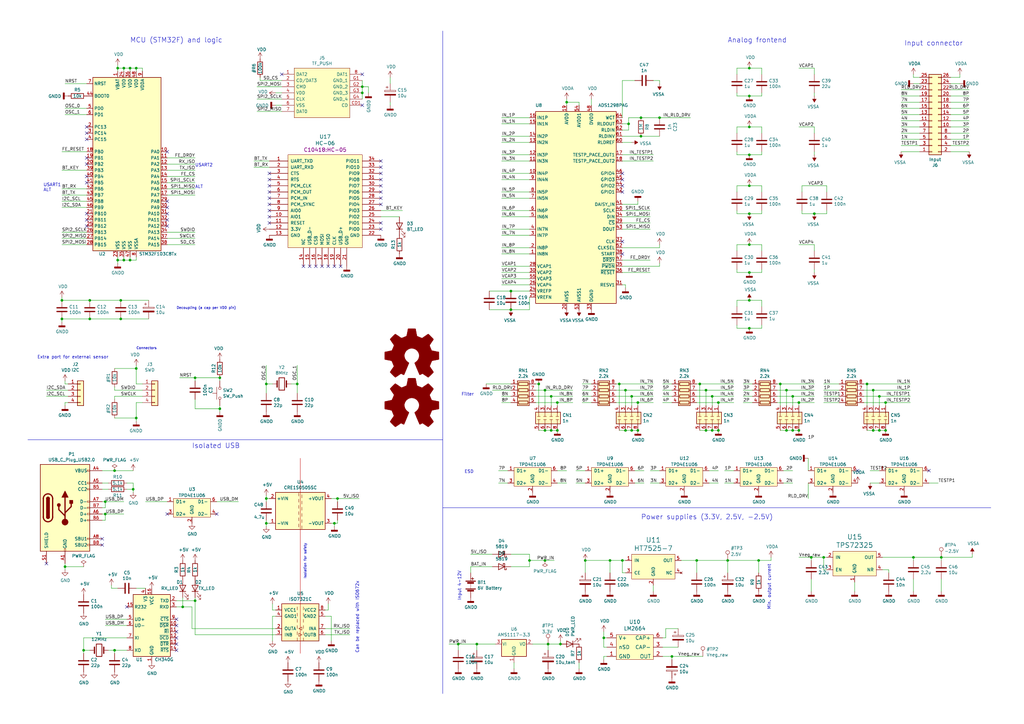
<source format=kicad_sch>
(kicad_sch (version 20230121) (generator eeschema)
  (paper "A3")
  (title_block (title "BioSense") (company "charleslabs.fr"))
  (junction (at 34.29 266.7))
  (junction (at 327.66 176.53))
  (junction (at 363.22 165.1))
  (junction (at 43.18 210.82))
  (junction (at 307.34 134.62))
  (junction (at 307.34 100.33))
  (junction (at 240.03 229.87))
  (junction (at 298.45 229.87))
  (junction (at 311.15 229.87))
  (junction (at 255.27 229.87))
  (junction (at 54.61 200.66))
  (junction (at 148.59 38.1))
  (junction (at 228.6 165.1))
  (junction (at 294.64 176.53))
  (junction (at 247.65 261.62))
  (junction (at 322.58 176.53))
  (junction (at 363.22 176.53))
  (junction (at 256.54 176.53))
  (junction (at 74.93 248.92))
  (junction (at 307.34 63.5))
  (junction (at 332.74 228.6))
  (junction (at 287.02 157.48))
  (junction (at 26.67 232.41))
  (junction (at 257.81 50.8))
  (junction (at 262.89 48.26))
  (junction (at 256.54 160.02))
  (junction (at 46.99 193.04))
  (junction (at 187.96 264.16))
  (junction (at 294.64 165.1))
  (junction (at 53.34 27.94))
  (junction (at 270.51 48.26))
  (junction (at 90.17 154.94))
  (junction (at 226.06 176.53))
  (junction (at 307.34 111.76))
  (junction (at 224.79 264.16))
  (junction (at 49.53 123.19))
  (junction (at 53.34 106.68))
  (junction (at 327.66 165.1))
  (junction (at 55.88 171.45))
  (junction (at 261.62 165.1))
  (junction (at 109.22 157.48))
  (junction (at 138.43 204.47))
  (junction (at 307.34 27.94))
  (junction (at 223.52 160.02))
  (junction (at 109.22 204.47))
  (junction (at 322.58 160.02))
  (junction (at 195.58 264.16))
  (junction (at 355.6 157.48))
  (junction (at 209.55 127))
  (junction (at 46.99 266.7))
  (junction (at 262.89 55.88))
  (junction (at 209.55 119.38))
  (junction (at 50.8 106.68))
  (junction (at 223.52 229.87))
  (junction (at 43.18 205.74))
  (junction (at 232.41 41.91))
  (junction (at 307.34 123.19))
  (junction (at 25.4 123.19))
  (junction (at 228.6 176.53))
  (junction (at 90.17 167.64))
  (junction (at 259.08 162.56))
  (junction (at 285.75 229.87))
  (junction (at 217.17 229.87))
  (junction (at 36.83 130.81))
  (junction (at 386.08 228.6))
  (junction (at 121.92 157.48))
  (junction (at 289.56 176.53))
  (junction (at 358.14 160.02))
  (junction (at 325.12 162.56))
  (junction (at 307.34 87.63))
  (junction (at 226.06 162.56))
  (junction (at 307.34 52.07))
  (junction (at 223.52 176.53))
  (junction (at 55.88 27.94))
  (junction (at 80.01 154.94))
  (junction (at 325.12 176.53))
  (junction (at 360.68 176.53))
  (junction (at 80.01 246.38))
  (junction (at 275.59 269.24))
  (junction (at 307.34 39.37))
  (junction (at 374.65 228.6))
  (junction (at 49.53 130.81))
  (junction (at 220.98 157.48))
  (junction (at 25.4 130.81))
  (junction (at 261.62 176.53))
  (junction (at 48.26 27.94))
  (junction (at 307.34 76.2))
  (junction (at 254 157.48))
  (junction (at 137.16 214.63))
  (junction (at 360.68 162.56))
  (junction (at 36.83 123.19))
  (junction (at 55.88 151.13))
  (junction (at 292.1 176.53))
  (junction (at 358.14 176.53))
  (junction (at 250.19 229.87))
  (junction (at 50.8 27.94))
  (junction (at 48.26 106.68))
  (junction (at 109.22 214.63))
  (junction (at 320.04 157.48))
  (junction (at 337.82 228.6))
  (junction (at 148.59 35.56))
  (junction (at 292.1 162.56))
  (junction (at 289.56 160.02))
  (junction (at 334.01 87.63))
  (junction (at 259.08 176.53))
  (junction (at 229.87 264.16))
  (no_connect (at 72.39 254))
  (no_connect (at 35.56 52.07))
  (no_connect (at 68.58 210.82))
  (no_connect (at 156.21 73.66))
  (no_connect (at 35.56 67.31))
  (no_connect (at 139.7 109.22))
  (no_connect (at 156.21 93.98))
  (no_connect (at 255.27 104.14))
  (no_connect (at 35.56 87.63))
  (no_connect (at 156.21 78.74))
  (no_connect (at 156.21 76.2))
  (no_connect (at 35.56 92.71))
  (no_connect (at 351.79 193.04))
  (no_connect (at 156.21 83.82))
  (no_connect (at 68.58 87.63))
  (no_connect (at 110.49 73.66))
  (no_connect (at 110.49 71.12))
  (no_connect (at 134.62 109.22))
  (no_connect (at 110.49 76.2))
  (no_connect (at 110.49 83.82))
  (no_connect (at 137.16 109.22))
  (no_connect (at 255.27 71.12))
  (no_connect (at 72.39 259.08))
  (no_connect (at 156.21 68.58))
  (no_connect (at 255.27 99.06))
  (no_connect (at 110.49 91.44))
  (no_connect (at 35.56 64.77))
  (no_connect (at 72.39 264.16))
  (no_connect (at 35.56 72.39))
  (no_connect (at 68.58 92.71))
  (no_connect (at 68.58 62.23))
  (no_connect (at 255.27 76.2))
  (no_connect (at 68.58 82.55))
  (no_connect (at 88.9 210.82))
  (no_connect (at 148.59 43.18))
  (no_connect (at 35.56 74.93))
  (no_connect (at 72.39 261.62))
  (no_connect (at 115.57 30.48))
  (no_connect (at 35.56 57.15))
  (no_connect (at 127 109.22))
  (no_connect (at 124.46 109.22))
  (no_connect (at 68.58 90.17))
  (no_connect (at 156.21 91.44))
  (no_connect (at 35.56 90.17))
  (no_connect (at 148.59 30.48))
  (no_connect (at 156.21 66.04))
  (no_connect (at 381 193.04))
  (no_connect (at 110.49 78.74))
  (no_connect (at 110.49 81.28))
  (no_connect (at 41.91 220.98))
  (no_connect (at 156.21 81.28))
  (no_connect (at 19.05 231.14))
  (no_connect (at 255.27 73.66))
  (no_connect (at 132.08 109.22))
  (no_connect (at 110.49 88.9))
  (no_connect (at 110.49 86.36))
  (no_connect (at 72.39 266.7))
  (no_connect (at 72.39 256.54))
  (no_connect (at 129.54 109.22))
  (no_connect (at 156.21 71.12))
  (no_connect (at 41.91 223.52))
  (no_connect (at 35.56 54.61))
  (no_connect (at 255.27 78.74))
  (no_connect (at 68.58 85.09))
  (no_connect (at 52.07 248.92))
  (wire (pts (xy 261.62 82.55) (xy 261.62 83.82)))
  (wire (pts (xy 109.22 149.86) (xy 109.22 157.48)))
  (wire (pts (xy 135.89 252.73) (xy 133.35 252.73)))
  (wire (pts (xy 312.42 111.76) (xy 312.42 110.49)))
  (wire (pts (xy 53.34 29.21) (xy 53.34 27.94)))
  (wire (pts (xy 358.14 166.37) (xy 358.14 160.02)))
  (wire (pts (xy 389.89 49.53) (xy 397.51 49.53)))
  (wire (pts (xy 46.99 171.45) (xy 55.88 171.45)))
  (wire (pts (xy 316.23 229.87) (xy 311.15 229.87)))
  (wire (pts (xy 35.56 80.01) (xy 25.4 80.01)))
  (wire (pts (xy 49.53 123.19) (xy 60.96 123.19)))
  (wire (pts (xy 80.01 97.79) (xy 68.58 97.79)))
  (wire (pts (xy 334.01 110.49) (xy 334.01 111.76)))
  (wire (pts (xy 90.17 167.64) (xy 90.17 166.37)))
  (wire (pts (xy 369.57 39.37) (xy 377.19 39.37)))
  (wire (pts (xy 228.6 166.37) (xy 228.6 165.1)))
  (wire (pts (xy 259.08 58.42) (xy 255.27 58.42)))
  (wire (pts (xy 364.49 233.68) (xy 364.49 234.95)))
  (wire (pts (xy 266.7 198.12) (xy 270.51 198.12)))
  (wire (pts (xy 350.52 242.57) (xy 350.52 238.76)))
  (wire (pts (xy 397.51 57.15) (xy 389.89 57.15)))
  (wire (pts (xy 259.08 176.53) (xy 256.54 176.53)))
  (wire (pts (xy 151.13 38.1) (xy 151.13 35.56)))
  (wire (pts (xy 236.22 193.04) (xy 240.03 193.04)))
  (wire (pts (xy 46.99 193.04) (xy 41.91 193.04)))
  (wire (pts (xy 184.15 264.16) (xy 187.96 264.16)))
  (wire (pts (xy 261.62 166.37) (xy 261.62 165.1)))
  (wire (pts (xy 26.67 232.41) (xy 34.29 232.41)))
  (wire (pts (xy 271.78 165.1) (xy 275.59 165.1)))
  (wire (pts (xy 318.77 162.56) (xy 325.12 162.56)))
  (wire (pts (xy 80.01 246.38) (xy 80.01 260.35)))
  (wire (pts (xy 217.17 88.9) (xy 205.74 88.9)))
  (wire (pts (xy 78.74 257.81) (xy 113.03 257.81)))
  (wire (pts (xy 138.43 205.74) (xy 138.43 204.47)))
  (wire (pts (xy 267.97 240.03) (xy 267.97 242.57)))
  (wire (pts (xy 137.16 214.63) (xy 137.16 215.9)))
  (wire (pts (xy 247.65 261.62) (xy 248.92 261.62)))
  (wire (pts (xy 74.93 245.11) (xy 74.93 248.92)))
  (wire (pts (xy 113.03 43.18) (xy 115.57 43.18)))
  (wire (pts (xy 266.7 91.44) (xy 255.27 91.44)))
  (wire (pts (xy 26.67 34.29) (xy 35.56 34.29)))
  (wire (pts (xy 290.83 198.12) (xy 294.64 198.12)))
  (wire (pts (xy 257.81 50.8) (xy 255.27 50.8)))
  (wire (pts (xy 334.01 62.23) (xy 334.01 63.5)))
  (wire (pts (xy 68.58 72.39) (xy 80.01 72.39)))
  (wire (pts (xy 50.8 210.82) (xy 43.18 210.82)))
  (wire (pts (xy 187.96 264.16) (xy 195.58 264.16)))
  (wire (pts (xy 135.89 204.47) (xy 138.43 204.47)))
  (wire (pts (xy 389.89 44.45) (xy 397.51 44.45)))
  (wire (pts (xy 46.99 267.97) (xy 46.99 266.7)))
  (wire (pts (xy 252.73 160.02) (xy 256.54 160.02)))
  (wire (pts (xy 46.99 266.7) (xy 44.45 266.7)))
  (wire (pts (xy 143.51 257.81) (xy 133.35 257.81)))
  (polyline (pts (xy 181.61 208.28) (xy 406.4 208.28)))
  (wire (pts (xy 205.74 96.52) (xy 217.17 96.52)))
  (wire (pts (xy 58.42 165.1) (xy 55.88 165.1)))
  (wire (pts (xy 294.64 193.04) (xy 290.83 193.04)))
  (wire (pts (xy 106.68 31.75) (xy 106.68 33.02)))
  (wire (pts (xy 361.95 228.6) (xy 374.65 228.6)))
  (wire (pts (xy 337.82 165.1) (xy 344.17 165.1)))
  (wire (pts (xy 54.61 198.12) (xy 54.61 200.66)))
  (wire (pts (xy 302.26 63.5) (xy 307.34 63.5)))
  (wire (pts (xy 344.17 157.48) (xy 337.82 157.48)))
  (wire (pts (xy 311.15 234.95) (xy 311.15 229.87)))
  (polyline (pts (xy 123.19 187.96) (xy 123.19 267.97)) (stroke (width 0) (color 194 0 0 1)))
  (wire (pts (xy 327.66 165.1) (xy 334.01 165.1)))
  (wire (pts (xy 195.58 264.16) (xy 203.2 264.16)))
  (wire (pts (xy 255.27 53.34) (xy 257.81 53.34)))
  (wire (pts (xy 201.93 232.41) (xy 193.04 232.41)))
  (wire (pts (xy 312.42 39.37) (xy 312.42 38.1)))
  (wire (pts (xy 26.67 166.37) (xy 26.67 165.1)))
  (wire (pts (xy 355.6 157.48) (xy 373.38 157.48)))
  (wire (pts (xy 285.75 165.1) (xy 294.64 165.1)))
  (wire (pts (xy 312.42 78.74) (xy 312.42 76.2)))
  (wire (pts (xy 393.7 31.75) (xy 389.89 31.75)))
  (wire (pts (xy 48.26 106.68) (xy 50.8 106.68)))
  (wire (pts (xy 46.99 162.56) (xy 58.42 162.56)))
  (wire (pts (xy 386.08 228.6) (xy 386.08 229.87)))
  (wire (pts (xy 205.74 104.14) (xy 217.17 104.14)))
  (wire (pts (xy 302.26 27.94) (xy 307.34 27.94)))
  (wire (pts (xy 337.82 228.6) (xy 337.82 233.68)))
  (wire (pts (xy 72.39 248.92) (xy 74.93 248.92)))
  (wire (pts (xy 25.4 123.19) (xy 25.4 121.92)))
  (wire (pts (xy 163.83 88.9) (xy 156.21 88.9)))
  (wire (pts (xy 48.26 241.3) (xy 45.72 241.3)))
  (wire (pts (xy 104.14 68.58) (xy 110.49 68.58)))
  (wire (pts (xy 109.22 161.29) (xy 109.22 157.48)))
  (wire (pts (xy 328.93 87.63) (xy 334.01 87.63)))
  (wire (pts (xy 259.08 162.56) (xy 267.97 162.56)))
  (wire (pts (xy 55.88 165.1) (xy 55.88 171.45)))
  (wire (pts (xy 209.55 227.33) (xy 217.17 227.33)))
  (wire (pts (xy 26.67 233.68) (xy 26.67 232.41)))
  (wire (pts (xy 307.34 123.19) (xy 312.42 123.19)))
  (wire (pts (xy 256.54 116.84) (xy 255.27 116.84)))
  (wire (pts (xy 325.12 176.53) (xy 322.58 176.53)))
  (wire (pts (xy 237.49 274.32) (xy 237.49 271.78)))
  (wire (pts (xy 232.41 193.04) (xy 228.6 193.04)))
  (wire (pts (xy 49.53 130.81) (xy 60.96 130.81)))
  (wire (pts (xy 34.29 267.97) (xy 34.29 266.7)))
  (wire (pts (xy 201.93 227.33) (xy 193.04 227.33)))
  (wire (pts (xy 261.62 83.82) (xy 255.27 83.82)))
  (wire (pts (xy 25.4 100.33) (xy 35.56 100.33)))
  (wire (pts (xy 205.74 86.36) (xy 217.17 86.36)))
  (wire (pts (xy 217.17 232.41) (xy 217.17 229.87)))
  (wire (pts (xy 54.61 201.93) (xy 54.61 200.66)))
  (wire (pts (xy 271.78 162.56) (xy 275.59 162.56)))
  (wire (pts (xy 113.03 38.1) (xy 115.57 38.1)))
  (wire (pts (xy 109.22 215.9) (xy 109.22 214.63)))
  (wire (pts (xy 320.04 166.37) (xy 320.04 157.48)))
  (wire (pts (xy 287.02 157.48) (xy 300.99 157.48)))
  (wire (pts (xy 369.57 54.61) (xy 377.19 54.61)))
  (wire (pts (xy 294.64 165.1) (xy 300.99 165.1)))
  (wire (pts (xy 50.8 27.94) (xy 50.8 29.21)))
  (wire (pts (xy 205.74 48.26) (xy 217.17 48.26)))
  (wire (pts (xy 229.87 264.16) (xy 224.79 264.16)))
  (wire (pts (xy 55.88 157.48) (xy 58.42 157.48)))
  (wire (pts (xy 80.01 167.64) (xy 90.17 167.64)))
  (wire (pts (xy 354.33 162.56) (xy 360.68 162.56)))
  (wire (pts (xy 256.54 118.11) (xy 256.54 116.84)))
  (wire (pts (xy 217.17 101.6) (xy 205.74 101.6)))
  (wire (pts (xy 80.01 245.11) (xy 80.01 246.38)))
  (wire (pts (xy 275.59 269.24) (xy 288.29 269.24)))
  (wire (pts (xy 354.33 165.1) (xy 363.22 165.1)))
  (wire (pts (xy 110.49 204.47) (xy 109.22 204.47)))
  (wire (pts (xy 389.89 39.37) (xy 397.51 39.37)))
  (wire (pts (xy 363.22 176.53) (xy 360.68 176.53)))
  (wire (pts (xy 45.72 241.3) (xy 45.72 240.03)))
  (wire (pts (xy 256.54 160.02) (xy 267.97 160.02)))
  (polyline (pts (xy 181.61 12.7) (xy 181.61 284.48)))
  (wire (pts (xy 374.65 30.48) (xy 374.65 31.75)))
  (wire (pts (xy 285.75 229.87) (xy 279.4 229.87)))
  (wire (pts (xy 121.92 149.86) (xy 121.92 157.48)))
  (wire (pts (xy 217.17 73.66) (xy 205.74 73.66)))
  (wire (pts (xy 48.26 29.21) (xy 48.26 27.94)))
  (wire (pts (xy 252.73 162.56) (xy 259.08 162.56)))
  (wire (pts (xy 337.82 233.68) (xy 339.09 233.68)))
  (wire (pts (xy 389.89 59.69) (xy 397.51 59.69)))
  (wire (pts (xy 55.88 106.68) (xy 55.88 105.41)))
  (wire (pts (xy 48.26 27.94) (xy 50.8 27.94)))
  (wire (pts (xy 80.01 260.35) (xy 113.03 260.35)))
  (wire (pts (xy 242.57 40.64) (xy 242.57 43.18)))
  (wire (pts (xy 138.43 213.36) (xy 138.43 214.63)))
  (wire (pts (xy 109.22 157.48) (xy 111.76 157.48)))
  (wire (pts (xy 386.08 242.57) (xy 386.08 237.49)))
  (wire (pts (xy 148.59 38.1) (xy 148.59 40.64)))
  (wire (pts (xy 73.66 154.94) (xy 80.01 154.94)))
  (wire (pts (xy 360.68 176.53) (xy 358.14 176.53)))
  (wire (pts (xy 363.22 166.37) (xy 363.22 165.1)))
  (wire (pts (xy 298.45 229.87) (xy 285.75 229.87)))
  (wire (pts (xy 292.1 166.37) (xy 292.1 162.56)))
  (wire (pts (xy 53.34 27.94) (xy 55.88 27.94)))
  (wire (pts (xy 34.29 266.7) (xy 36.83 266.7)))
  (wire (pts (xy 148.59 35.56) (xy 148.59 38.1)))
  (wire (pts (xy 43.18 254) (xy 52.07 254)))
  (wire (pts (xy 58.42 27.94) (xy 58.42 29.21)))
  (wire (pts (xy 325.12 162.56) (xy 334.01 162.56)))
  (wire (pts (xy 80.01 69.85) (xy 68.58 69.85)))
  (wire (pts (xy 331.47 193.04) (xy 331.47 187.96)))
  (wire (pts (xy 316.23 228.6) (xy 316.23 229.87)))
  (wire (pts (xy 209.55 127) (xy 200.66 127)))
  (wire (pts (xy 355.6 166.37) (xy 355.6 157.48)))
  (wire (pts (xy 217.17 229.87) (xy 217.17 227.33)))
  (wire (pts (xy 195.58 264.16) (xy 195.58 266.7)))
  (wire (pts (xy 339.09 78.74) (xy 339.09 76.2)))
  (wire (pts (xy 297.18 198.12) (xy 300.99 198.12)))
  (wire (pts (xy 147.32 204.47) (xy 138.43 204.47)))
  (wire (pts (xy 307.34 27.94) (xy 312.42 27.94)))
  (wire (pts (xy 43.18 213.36) (xy 43.18 210.82)))
  (wire (pts (xy 223.52 166.37) (xy 223.52 160.02)))
  (wire (pts (xy 111.76 247.65) (xy 111.76 250.19)))
  (wire (pts (xy 266.7 111.76) (xy 255.27 111.76)))
  (wire (pts (xy 165.1 86.36) (xy 156.21 86.36)))
  (wire (pts (xy 247.65 265.43) (xy 248.92 265.43)))
  (wire (pts (xy 308.61 157.48) (xy 304.8 157.48)))
  (wire (pts (xy 205.74 114.3) (xy 217.17 114.3)))
  (wire (pts (xy 377.19 62.23) (xy 369.57 62.23)))
  (wire (pts (xy 25.4 62.23) (xy 35.56 62.23)))
  (wire (pts (xy 109.22 205.74) (xy 109.22 204.47)))
  (wire (pts (xy 55.88 171.45) (xy 55.88 172.72)))
  (wire (pts (xy 322.58 176.53) (xy 320.04 176.53)))
  (wire (pts (xy 209.55 157.48) (xy 199.39 157.48)))
  (wire (pts (xy 334.01 30.48) (xy 334.01 27.94)))
  (wire (pts (xy 26.67 232.41) (xy 26.67 231.14)))
  (wire (pts (xy 26.67 44.45) (xy 35.56 44.45)))
  (wire (pts (xy 285.75 157.48) (xy 287.02 157.48)))
  (wire (pts (xy 377.19 41.91) (xy 369.57 41.91)))
  (wire (pts (xy 205.74 109.22) (xy 217.17 109.22)))
  (wire (pts (xy 271.78 261.62) (xy 273.05 261.62)))
  (wire (pts (xy 204.47 193.04) (xy 208.28 193.04)))
  (wire (pts (xy 247.65 261.62) (xy 247.65 265.43)))
  (wire (pts (xy 53.34 27.94) (xy 50.8 27.94)))
  (wire (pts (xy 397.51 36.83) (xy 389.89 36.83)))
  (wire (pts (xy 327.66 165.1) (xy 327.66 166.37)))
  (wire (pts (xy 36.83 123.19) (xy 49.53 123.19)))
  (wire (pts (xy 283.21 48.26) (xy 270.51 48.26)))
  (wire (pts (xy 334.01 102.87) (xy 334.01 100.33)))
  (wire (pts (xy 325.12 193.04) (xy 321.31 193.04)))
  (wire (pts (xy 325.12 166.37) (xy 325.12 162.56)))
  (wire (pts (xy 223.52 160.02) (xy 234.95 160.02)))
  (wire (pts (xy 261.62 176.53) (xy 259.08 176.53)))
  (wire (pts (xy 217.17 127) (xy 209.55 127)))
  (wire (pts (xy 50.8 205.74) (xy 43.18 205.74)))
  (wire (pts (xy 80.01 64.77) (xy 68.58 64.77)))
  (wire (pts (xy 25.4 130.81) (xy 36.83 130.81)))
  (wire (pts (xy 304.8 165.1) (xy 308.61 165.1)))
  (wire (pts (xy 285.75 234.95) (xy 285.75 229.87)))
  (wire (pts (xy 302.26 123.19) (xy 307.34 123.19)))
  (wire (pts (xy 302.26 123.19) (xy 302.26 125.73)))
  (wire (pts (xy 111.76 262.89) (xy 111.76 252.73)))
  (wire (pts (xy 312.42 134.62) (xy 312.42 133.35)))
  (wire (pts (xy 377.19 52.07) (xy 369.57 52.07)))
  (wire (pts (xy 217.17 119.38) (xy 209.55 119.38)))
  (wire (pts (xy 327.66 176.53) (xy 325.12 176.53)))
  (wire (pts (xy 43.18 256.54) (xy 52.07 256.54)))
  (wire (pts (xy 205.74 63.5) (xy 217.17 63.5)))
  (wire (pts (xy 257.81 48.26) (xy 262.89 48.26)))
  (wire (pts (xy 90.17 168.91) (xy 90.17 167.64)))
  (wire (pts (xy 255.27 33.02) (xy 260.35 33.02)))
  (wire (pts (xy 250.19 234.95) (xy 250.19 229.87)))
  (wire (pts (xy 247.65 269.24) (xy 248.92 269.24)))
  (wire (pts (xy 260.35 198.12) (xy 264.16 198.12)))
  (wire (pts (xy 302.26 110.49) (xy 302.26 111.76)))
  (wire (pts (xy 266.7 88.9) (xy 255.27 88.9)))
  (wire (pts (xy 53.34 106.68) (xy 53.34 105.41)))
  (wire (pts (xy 289.56 160.02) (xy 300.99 160.02)))
  (wire (pts (xy 374.65 228.6) (xy 374.65 229.87)))
  (wire (pts (xy 25.4 123.19) (xy 36.83 123.19)))
  (wire (pts (xy 223.52 176.53) (xy 220.98 176.53)))
  (wire (pts (xy 374.65 228.6) (xy 386.08 228.6)))
  (wire (pts (xy 354.33 160.02) (xy 358.14 160.02)))
  (wire (pts (xy 35.56 46.99) (xy 26.67 46.99)))
  (wire (pts (xy 327.66 228.6) (xy 332.74 228.6)))
  (wire (pts (xy 302.26 76.2) (xy 302.26 78.74)))
  (wire (pts (xy 121.92 161.29) (xy 121.92 157.48)))
  (wire (pts (xy 240.03 229.87) (xy 250.19 229.87)))
  (wire (pts (xy 339.09 87.63) (xy 339.09 86.36)))
  (wire (pts (xy 19.05 162.56) (xy 27.94 162.56)))
  (wire (pts (xy 219.71 162.56) (xy 226.06 162.56)))
  (wire (pts (xy 275.59 270.51) (xy 275.59 269.24)))
  (wire (pts (xy 143.51 260.35) (xy 133.35 260.35)))
  (wire (pts (xy 273.05 257.81) (xy 278.13 257.81)))
  (wire (pts (xy 55.88 27.94) (xy 58.42 27.94)))
  (wire (pts (xy 397.51 46.99) (xy 389.89 46.99)))
  (wire (pts (xy 25.4 69.85) (xy 35.56 69.85)))
  (wire (pts (xy 80.01 100.33) (xy 68.58 100.33)))
  (wire (pts (xy 255.27 63.5) (xy 267.97 63.5)))
  (wire (pts (xy 205.74 78.74) (xy 217.17 78.74)))
  (wire (pts (xy 307.34 39.37) (xy 312.42 39.37)))
  (wire (pts (xy 264.16 193.04) (xy 260.35 193.04)))
  (wire (pts (xy 90.17 154.94) (xy 90.17 156.21)))
  (wire (pts (xy 374.65 242.57) (xy 374.65 237.49)))
  (wire (pts (xy 360.68 166.37) (xy 360.68 162.56)))
  (wire (pts (xy 26.67 157.48) (xy 26.67 156.21)))
  (wire (pts (xy 307.34 100.33) (xy 302.26 100.33)))
  (wire (pts (xy 205.74 162.56) (xy 209.55 162.56)))
  (wire (pts (xy 80.01 77.47) (xy 68.58 77.47)))
  (wire (pts (xy 255.27 234.95) (xy 256.54 234.95)))
  (wire (pts (xy 270.51 101.6) (xy 255.27 101.6)))
  (wire (pts (xy 312.42 100.33) (xy 307.34 100.33)))
  (wire (pts (xy 302.26 76.2) (xy 307.34 76.2)))
  (wire (pts (xy 27.94 160.02) (xy 19.05 160.02)))
  (wire (pts (xy 304.8 162.56) (xy 308.61 162.56)))
  (wire (pts (xy 228.6 198.12) (xy 232.41 198.12)))
  (wire (pts (xy 80.01 95.25) (xy 68.58 95.25)))
  (wire (pts (xy 55.88 151.13) (xy 55.88 157.48)))
  (wire (pts (xy 121.92 157.48) (xy 119.38 157.48)))
  (wire (pts (xy 252.73 165.1) (xy 261.62 165.1)))
  (wire (pts (xy 105.41 35.56) (xy 115.57 35.56)))
  (wire (pts (xy 111.76 252.73) (xy 113.03 252.73)))
  (wire (pts (xy 261.62 165.1) (xy 267.97 165.1)))
  (wire (pts (xy 302.26 133.35) (xy 302.26 134.62)))
  (wire (pts (xy 334.01 52.07) (xy 327.66 52.07)))
  (wire (pts (xy 302.26 87.63) (xy 307.34 87.63)))
  (wire (pts (xy 256.54 229.87) (xy 255.27 229.87)))
  (wire (pts (xy 266.7 106.68) (xy 255.27 106.68)))
  (wire (pts (xy 354.33 157.48) (xy 355.6 157.48)))
  (wire (pts (xy 275.59 269.24) (xy 271.78 269.24)))
  (wire (pts (xy 332.74 242.57) (xy 332.74 237.49)))
  (wire (pts (xy 135.89 262.89) (xy 135.89 252.73)))
  (wire (pts (xy 226.06 176.53) (xy 223.52 176.53)))
  (wire (pts (xy 337.82 160.02) (xy 344.17 160.02)))
  (wire (pts (xy 74.93 248.92) (xy 78.74 248.92)))
  (wire (pts (xy 270.51 100.33) (xy 270.51 101.6)))
  (wire (pts (xy 294.64 176.53) (xy 292.1 176.53)))
  (wire (pts (xy 210.82 274.32) (xy 210.82 271.78)))
  (wire (pts (xy 312.42 125.73) (xy 312.42 123.19)))
  (wire (pts (xy 321.31 198.12) (xy 325.12 198.12)))
  (wire (pts (xy 332.74 228.6) (xy 337.82 228.6)))
  (wire (pts (xy 270.51 55.88) (xy 262.89 55.88)))
  (wire (pts (xy 397.51 62.23) (xy 389.89 62.23)))
  (wire (pts (xy 232.41 40.64) (xy 232.41 41.91)))
  (wire (pts (xy 229.87 262.89) (xy 229.87 264.16)))
  (wire (pts (xy 217.17 58.42) (xy 205.74 58.42)))
  (wire (pts (xy 369.57 49.53) (xy 377.19 49.53)))
  (wire (pts (xy 25.4 82.55) (xy 35.56 82.55)))
  (wire (pts (xy 228.6 165.1) (xy 234.95 165.1)))
  (wire (pts (xy 50.8 106.68) (xy 53.34 106.68)))
  (wire (pts (xy 377.19 46.99) (xy 369.57 46.99)))
  (wire (pts (xy 201.93 160.02) (xy 209.55 160.02)))
  (wire (pts (xy 257.81 50.8) (xy 257.81 48.26)))
  (wire (pts (xy 219.71 157.48) (xy 220.98 157.48)))
  (wire (pts (xy 302.26 134.62) (xy 307.34 134.62)))
  (wire (pts (xy 356.87 198.12) (xy 360.68 198.12)))
  (wire (pts (xy 289.56 166.37) (xy 289.56 160.02)))
  (wire (pts (xy 217.17 116.84) (xy 205.74 116.84)))
  (wire (pts (xy 236.22 198.12) (xy 240.03 198.12)))
  (wire (pts (xy 35.56 97.79) (xy 25.4 97.79)))
  (wire (pts (xy 374.65 31.75) (xy 377.19 31.75)))
  (wire (pts (xy 68.58 80.01) (xy 80.01 80.01)))
  (wire (pts (xy 55.88 27.94) (xy 55.88 29.21)))
  (wire (pts (xy 328.93 76.2) (xy 328.93 78.74)))
  (wire (pts (xy 226.06 162.56) (xy 234.95 162.56)))
  (wire (pts (xy 302.26 86.36) (xy 302.26 87.63)))
  (wire (pts (xy 252.73 157.48) (xy 254 157.48)))
  (wire (pts (xy 226.06 166.37) (xy 226.06 162.56)))
  (wire (pts (xy 331.47 204.47) (xy 331.47 198.12)))
  (wire (pts (xy 78.74 248.92) (xy 78.74 257.81)))
  (wire (pts (xy 369.57 59.69) (xy 377.19 59.69)))
  (wire (pts (xy 334.01 87.63) (xy 339.09 87.63)))
  (wire (pts (xy 267.97 33.02) (xy 270.51 33.02)))
  (wire (pts (xy 80.01 154.94) (xy 90.17 154.94)))
  (wire (pts (xy 151.13 35.56) (xy 148.59 35.56)))
  (wire (pts (xy 318.77 165.1) (xy 327.66 165.1)))
  (wire (pts (xy 266.7 193.04) (xy 270.51 193.04)))
  (wire (pts (xy 287.02 166.37) (xy 287.02 157.48)))
  (wire (pts (xy 80.01 67.31) (xy 68.58 67.31)))
  (wire (pts (xy 337.82 162.56) (xy 344.17 162.56)))
  (wire (pts (xy 219.71 160.02) (xy 223.52 160.02)))
  (wire (pts (xy 238.76 165.1) (xy 242.57 165.1)))
  (wire (pts (xy 48.26 27.94) (xy 48.26 26.67)))
  (wire (pts (xy 105.41 45.72) (xy 115.57 45.72)))
  (wire (pts (xy 43.18 210.82) (xy 41.91 210.82)))
  (wire (pts (xy 160.02 41.91) (xy 160.02 43.18)))
  (wire (pts (xy 238.76 160.02) (xy 242.57 160.02)))
  (wire (pts (xy 262.89 48.26) (xy 270.51 48.26)))
  (wire (pts (xy 148.59 33.02) (xy 148.59 35.56)))
  (wire (pts (xy 398.78 228.6) (xy 386.08 228.6)))
  (wire (pts (xy 298.45 234.95) (xy 298.45 229.87)))
  (wire (pts (xy 267.97 66.04) (xy 255.27 66.04)))
  (wire (pts (xy 337.82 228.6) (xy 339.09 228.6)))
  (wire (pts (xy 27.94 157.48) (xy 26.67 157.48)))
  (wire (pts (xy 369.57 44.45) (xy 377.19 44.45)))
  (wire (pts (xy 68.58 74.93) (xy 80.01 74.93)))
  (wire (pts (xy 217.17 66.04) (xy 205.74 66.04)))
  (wire (pts (xy 218.44 264.16) (xy 224.79 264.16)))
  (wire (pts (xy 257.81 53.34) (xy 257.81 50.8)))
  (wire (pts (xy 46.99 160.02) (xy 58.42 160.02)))
  (wire (pts (xy 256.54 166.37) (xy 256.54 160.02)))
  (wire (pts (xy 270.51 109.22) (xy 255.27 109.22)))
  (wire (pts (xy 312.42 54.61) (xy 312.42 52.07)))
  (wire (pts (xy 292.1 162.56) (xy 300.99 162.56)))
  (wire (pts (xy 80.01 163.83) (xy 80.01 167.64)))
  (wire (pts (xy 318.77 160.02) (xy 322.58 160.02)))
  (wire (pts (xy 393.7 30.48) (xy 393.7 31.75)))
  (wire (pts (xy 247.65 259.08) (xy 247.65 261.62)))
  (wire (pts (xy 266.7 93.98) (xy 255.27 93.98)))
  (wire (pts (xy 393.7 34.29) (xy 389.89 34.29)))
  (wire (pts (xy 273.05 261.62) (xy 273.05 257.81)))
  (wire (pts (xy 238.76 162.56) (xy 242.57 162.56)))
  (wire (pts (xy 25.4 95.25) (xy 35.56 95.25)))
  (wire (pts (xy 217.17 121.92) (xy 217.17 127)))
  (wire (pts (xy 334.01 38.1) (xy 334.01 39.37)))
  (wire (pts (xy 312.42 87.63) (xy 312.42 86.36)))
  (wire (pts (xy 44.45 200.66) (xy 41.91 200.66)))
  (wire (pts (xy 397.51 52.07) (xy 389.89 52.07)))
  (wire (pts (xy 262.89 55.88) (xy 255.27 55.88)))
  (wire (pts (xy 307.34 52.07) (xy 302.26 52.07)))
  (wire (pts (xy 205.74 55.88) (xy 217.17 55.88)))
  (wire (pts (xy 358.14 160.02) (xy 373.38 160.02)))
  (wire (pts (xy 110.49 66.04) (xy 104.14 66.04)))
  (wire (pts (xy 105.41 40.64) (xy 115.57 40.64)))
  (wire (pts (xy 302.26 27.94) (xy 302.26 30.48)))
  (wire (pts (xy 52.07 198.12) (xy 54.61 198.12)))
  (wire (pts (xy 53.34 106.68) (xy 55.88 106.68)))
  (wire (pts (xy 356.87 193.04) (xy 360.68 193.04)))
  (wire (pts (xy 318.77 157.48) (xy 320.04 157.48)))
  (wire (pts (xy 255.27 229.87) (xy 255.27 234.95)))
  (wire (pts (xy 43.18 205.74) (xy 41.91 205.74)))
  (wire (pts (xy 312.42 102.87) (xy 312.42 100.33)))
  (wire (pts (xy 328.93 86.36) (xy 328.93 87.63)))
  (wire (pts (xy 134.62 250.19) (xy 133.35 250.19)))
  (wire (pts (xy 35.56 85.09) (xy 25.4 85.09)))
  (wire (pts (xy 374.65 34.29) (xy 377.19 34.29)))
  (wire (pts (xy 52.07 266.7) (xy 46.99 266.7)))
  (wire (pts (xy 111.76 250.19) (xy 113.03 250.19)))
  (wire (pts (xy 312.42 52.07) (xy 307.34 52.07)))
  (wire (pts (xy 55.88 241.3) (xy 59.69 241.3)))
  (wire (pts (xy 205.74 165.1) (xy 209.55 165.1)))
  (wire (pts (xy 52.07 261.62) (xy 34.29 261.62)))
  (wire (pts (xy 307.34 87.63) (xy 312.42 87.63)))
  (wire (pts (xy 59.69 205.74) (xy 68.58 205.74)))
  (wire (pts (xy 25.4 77.47) (xy 35.56 77.47)))
  (wire (pts (xy 240.03 234.95) (xy 240.03 229.87)))
  (wire (pts (xy 109.22 213.36) (xy 109.22 214.63)))
  (wire (pts (xy 217.17 111.76) (xy 205.74 111.76)))
  (wire (pts (xy 302.26 111.76) (xy 307.34 111.76)))
  (wire (pts (xy 307.34 134.62) (xy 312.42 134.62)))
  (wire (pts (xy 217.17 93.98) (xy 205.74 93.98)))
  (wire (pts (xy 54.61 200.66) (xy 52.07 200.66)))
  (wire (pts (xy 232.41 41.91) (xy 232.41 43.18)))
  (wire (pts (xy 209.55 119.38) (xy 200.66 119.38)))
  (wire (pts (xy 205.74 71.12) (xy 217.17 71.12)))
  (wire (pts (xy 320.04 157.48) (xy 334.01 157.48)))
  (wire (pts (xy 369.57 36.83) (xy 377.19 36.83)))
  (wire (pts (xy 41.91 213.36) (xy 43.18 213.36)))
  (wire (pts (xy 363.22 165.1) (xy 373.38 165.1)))
  (wire (pts (xy 46.99 163.83) (xy 46.99 162.56)))
  (wire (pts (xy 285.75 162.56) (xy 292.1 162.56)))
  (wire (pts (xy 193.04 232.41) (xy 193.04 234.95)))
  (wire (pts (xy 304.8 160.02) (xy 308.61 160.02)))
  (wire (pts (xy 377.19 57.15) (xy 369.57 57.15)))
  (wire (pts (xy 109.22 214.63) (xy 110.49 214.63)))
  (wire (pts (xy 209.55 232.41) (xy 217.17 232.41)))
  (wire (pts (xy 302.26 52.07) (xy 302.26 54.61)))
  (polyline (pts (xy 11.43 180.34) (xy 181.61 180.34)))
  (wire (pts (xy 138.43 214.63) (xy 137.16 214.63)))
  (wire (pts (xy 312.42 30.48) (xy 312.42 27.94)))
  (wire (pts (xy 322.58 160.02) (xy 334.01 160.02)))
  (wire (pts (xy 223.52 229.87) (xy 217.17 229.87)))
  (wire (pts (xy 247.65 270.51) (xy 247.65 269.24)))
  (wire (pts (xy 312.42 63.5) (xy 312.42 62.23)))
  (wire (pts (xy 48.26 106.68) (xy 48.26 105.41)))
  (wire (pts (xy 334.01 27.94) (xy 327.66 27.94)))
  (wire (pts (xy 160.02 34.29) (xy 160.02 31.75)))
  (wire (pts (xy 270.51 33.02) (xy 270.51 34.29)))
  (wire (pts (xy 80.01 156.21) (xy 80.01 154.94)))
  (wire (pts (xy 220.98 166.37) (xy 220.98 157.48)))
  (wire (pts (xy 219.71 165.1) (xy 228.6 165.1)))
  (wire (pts (xy 217.17 81.28) (xy 205.74 81.28)))
  (wire (pts (xy 228.6 176.53) (xy 226.06 176.53)))
  (wire (pts (xy 334.01 54.61) (xy 334.01 52.07)))
  (wire (pts (xy 242.57 157.48) (xy 238.76 157.48)))
  (wire (pts (xy 271.78 160.02) (xy 275.59 160.02)))
  (wire (pts (xy 294.64 166.37) (xy 294.64 165.1)))
  (wire (pts (xy 34.29 261.62) (xy 34.29 266.7)))
  (wire (pts (xy 259.08 166.37) (xy 259.08 162.56)))
  (wire (pts (xy 266.7 86.36) (xy 255.27 86.36)))
  (wire (pts (xy 48.26 107.95) (xy 48.26 106.68)))
  (wire (pts (xy 307.34 76.2) (xy 312.42 76.2)))
  (wire (pts (xy 41.91 198.12) (xy 44.45 198.12)))
  (wire (pts (xy 285.75 160.02) (xy 289.56 160.02)))
  (wire (pts (xy 302.26 38.1) (xy 302.26 39.37)))
  (wire (pts (xy 187.96 266.7) (xy 187.96 264.16)))
  (wire (pts (xy 256.54 176.53) (xy 254 176.53)))
  (wire (pts (xy 358.14 176.53) (xy 355.6 176.53)))
  (wire (pts (xy 311.15 229.87) (xy 298.45 229.87)))
  (wire (pts (xy 389.89 54.61) (xy 397.51 54.61)))
  (wire (pts (xy 46.99 151.13) (xy 55.88 151.13)))
  (wire (pts (xy 109.22 204.47) (xy 109.22 203.2)))
  (wire (pts (xy 254 166.37) (xy 254 157.48)))
  (wire (pts (xy 332.74 229.87) (xy 332.74 228.6)))
  (wire (pts (xy 41.91 208.28) (xy 43.18 208.28)))
  (wire (pts (xy 97.79 205.74) (xy 88.9 205.74)))
  (wire (pts (xy 36.83 130.81) (xy 49.53 130.81)))
  (wire (pts (xy 361.95 233.68) (xy 364.49 233.68)))
  (wire (pts (xy 134.62 247.65) (xy 134.62 250.19)))
  (wire (pts (xy 322.58 166.37) (xy 322.58 160.02)))
  (wire (pts (xy 250.19 229.87) (xy 255.27 229.87)))
  (wire (pts (xy 72.39 246.38) (xy 80.01 246.38)))
  (wire (pts (xy 381 198.12) (xy 384.81 198.12)))
  (wire (pts (xy 360.68 162.56) (xy 373.38 162.56)))
  (wire (pts (xy 270.51 107.95) (xy 270.51 109.22)))
  (wire (pts (xy 137.16 214.63) (xy 135.89 214.63)))
  (wire (pts (xy 224.79 264.16) (xy 224.79 266.7)))
  (wire (pts (xy 297.18 193.04) (xy 300.99 193.04)))
  (wire (pts (xy 275.59 157.48) (xy 271.78 157.48)))
  (wire (pts (xy 204.47 198.12) (xy 208.28 198.12)))
  (wire (pts (xy 302.26 39.37) (xy 307.34 39.37)))
  (wire (pts (xy 232.41 41.91) (xy 237.49 41.91)))
  (wire (pts (xy 106.68 33.02) (xy 115.57 33.02)))
  (wire (pts (xy 328.93 76.2) (xy 339.09 76.2)))
  (wire (pts (xy 46.99 160.02) (xy 46.99 158.75)))
  (wire (pts (xy 237.49 41.91) (xy 237.49 43.18)))
  (wire (pts (xy 307.34 63.5) (xy 312.42 63.5)))
  (wire (pts (xy 254 157.48) (xy 267.97 157.48)))
  (wire (pts (xy 50.8 106.68) (xy 50.8 105.41)))
  (wire (pts (xy 43.18 208.28) (xy 43.18 205.74)))
  (wire (pts (xy 26.67 165.1) (xy 27.94 165.1)))
  (wire (pts (xy 227.33 229.87) (xy 223.52 229.87)))
  (wire (pts (xy 292.1 176.53) (xy 289.56 176.53)))
  (wire (pts (xy 278.13 265.43) (xy 271.78 265.43)))
  (wire (pts (xy 307.34 111.76) (xy 312.42 111.76)))
  (wire (pts (xy 55.88 149.86) (xy 55.88 151.13)))
  (wire (pts (xy 217.17 50.8) (xy 205.74 50.8)))
  (wire (pts (xy 302.26 100.33) (xy 302.26 102.87)))
  (wire (pts (xy 397.51 41.91) (xy 389.89 41.91)))
  (wire (pts (xy 25.4 130.81) (xy 25.4 132.08)))
  (wire (pts (xy 334.01 100.33) (xy 327.66 100.33)))
  (wire (pts (xy 302.26 62.23) (xy 302.26 63.5)))
  (wire (pts (xy 54.61 193.04) (xy 46.99 193.04)))
  (wire (pts (xy 289.56 176.53) (xy 287.02 176.53)))
  (wire (pts (xy 398.78 228.6) (xy 398.78 227.33)))
  (wire (pts (xy 255.27 48.26) (xy 255.27 33.02)))
  (text "Power supplies (3.3V, 2.5V, -2.5V)" (at 262.89 213.36 0) (effects (font (size 2.0066 2.0066)) (justify left bottom)))
  (text "Decoupling (a cap per VDD pin)\n" (at 72.39 127 0) (effects (font (size 0.9906 0.9906)) (justify left bottom)))
  (text "Connectors" (at 55.88 143.51 0) (effects (font (size 0.9906 0.9906)) (justify left bottom)))
  (text "ESD" (at 194.31 194.31 0) (effects (font (size 1.27 1.27)) (justify right bottom)))
  (text "Input connector" (at 394.97 19.05 0) (effects (font (size 2.0066 2.0066)) (justify right bottom)))
  (text "USART1\nALT" (at 17.78 78.74 0) (effects (font (size 1.27 1.27)) (justify left bottom)))
  (text "USART2" (at 80.01 68.58 0) (effects (font (size 1.27 1.27)) (justify left bottom)))
  (text "ALT" (at 80.01 77.47 0) (effects (font (size 1.27 1.27)) (justify left bottom)))
  (text "MCU (STM32F) and logic" (at 53.34 17.78 0) (effects (font (size 2.0066 2.0066)) (justify left bottom)))
  (text "Min. output current" (at 316.23 250.19 90) (effects (font (size 1.27 1.27)) (justify left bottom)))
  (text "Analog frontend" (at 298.45 17.78 0) (effects (font (size 2.0066 2.0066)) (justify left bottom)))
  (text "Input 4-12V" (at 189.23 246.38 90) (effects (font (size 1.27 1.27)) (justify left bottom)))
  (text "Can be replaced with ISO672x" (at 147.32 267.97 90) (effects (font (size 1.27 1.27)) (justify left bottom)))
  (text "Isolation for safety" (at 125.73 237.49 90) (effects (font (size 0.9906 0.9906)) (justify left bottom)))
  (text "Filter" (at 189.23 162.56 0) (effects (font (size 1.27 1.27)) (justify left bottom)))
  (text "Isolated USB" (at 78.74 184.15 0) (effects (font (size 2.0066 2.0066)) (justify left bottom)))
  (text "Extra port for external sensor" (at 15.24 147.32 0) (effects (font (size 1.27 1.27)) (justify left bottom)))
  (label "I2C_SCL" (at 19.05 162.56 0))
  (label "RX_ISO" (at 80.01 67.31 180))
  (label "IN_8P" (at 234.95 165.1 180))
  (label "BT_TX" (at 104.14 66.04 0))
  (label "PWR_IN" (at 184.15 264.16 0))
  (label "1N" (at 369.57 57.15 0))
  (label "8P" (at 205.74 165.1 0))
  (label "RLD_DRV" (at 331.47 204.47 180))
  (label "IN_2N" (at 334.01 162.56 180))
  (label "4N" (at 271.78 162.56 0))
  (label "SPI1_MOSI" (at 80.01 80.01 180))
  (label "RLD_DRV" (at 369.57 36.83 0))
  (label "IN_2P" (at 334.01 165.1 180))
  (label "IN_6N" (at 205.74 88.9 0))
  (label "SPI1_MISO" (at 266.7 93.98 180))
  (label "IN_8P" (at 205.74 101.6 0))
  (label "5V_ISO" (at 193.04 227.33 0))
  (label "NRST" (at 26.67 34.29 0))
  (label "6P" (at 238.76 165.1 0))
  (label "2P" (at 397.51 54.61 180))
  (label "8N" (at 232.41 198.12 180))
  (label "VCAP3" (at 205.74 114.3 0))
  (label "6N" (at 264.16 198.12 180))
  (label "TESTP1" (at 384.81 198.12 0))
  (label "SPI1_SCLK" (at 266.7 86.36 180))
  (label "RX_ISO" (at 143.51 257.81 180))
  (label "IN_3N" (at 334.01 157.48 180))
  (label "TESTP2" (at 397.51 59.69 180))
  (label "IN_4N" (at 205.74 73.66 0))
  (label "NRST" (at 73.66 154.94 0))
  (label "SPI2_MISO" (at 25.4 97.79 0))
  (label "SWCLK" (at 49.53 162.56 0))
  (label "6N" (at 369.57 44.45 0))
  (label "4N" (at 294.64 198.12 180))
  (label "3N" (at 266.7 198.12 0))
  (label "TX_ISO" (at 80.01 69.85 180))
  (label "RLD_DRV" (at 397.51 36.83 180))
  (label "VCAP3" (at 331.47 76.2 0))
  (label "IN_TESTP2" (at 267.97 66.04 180))
  (label "BT_RX" (at 25.4 77.47 0))
  (label "5N" (at 369.57 46.99 0))
  (label "SPI1_MOSI" (at 266.7 88.9 180))
  (label "SPI2_MOSI" (at 25.4 100.33 0))
  (label "2N" (at 325.12 198.12 180))
  (label "USB_DP" (at 43.18 254 0))
  (label "FE_CS" (at 266.7 91.44 180))
  (label "TX_ISO" (at 143.51 260.35 180))
  (label "SWCLK" (at 80.01 97.79 180))
  (label "2P" (at 304.8 165.1 0))
  (label "IN_2N" (at 205.74 58.42 0))
  (label "IN_8N" (at 234.95 162.56 180))
  (label "FE_DRDY" (at 80.01 64.77 180))
  (label "7P" (at 238.76 160.02 0))
  (label "4P" (at 271.78 165.1 0))
  (label "IN_RLD_DRV" (at 283.21 48.26 180))
  (label "2P" (at 325.12 193.04 180))
  (label "3P" (at 266.7 193.04 0))
  (label "1P" (at 337.82 160.02 0))
  (label "IN_6P" (at 205.74 86.36 0))
  (label "TESTP1" (at 337.82 162.56 0))
  (label "6P" (at 264.16 193.04 180))
  (label "IN_5P" (at 300.99 160.02 180))
  (label "IN_3P" (at 205.74 63.5 0))
  (label "SD_CS" (at 80.01 100.33 180))
  (label "IN_1N" (at 373.38 157.48 180))
  (label "6N" (at 238.76 162.56 0))
  (label "I2C_SDA" (at 19.05 160.02 0))
  (label "SPI2_SCLK" (at 105.41 40.64 0))
  (label "2N" (at 304.8 162.56 0))
  (label "4P" (at 294.64 193.04 180))
  (label "FE_RESET" (at 25.4 62.23 0))
  (label "IN_8N" (at 205.74 104.14 0))
  (label "VCAP1" (at 205.74 109.22 0))
  (label "7P" (at 397.51 41.91 180))
  (label "IN_5P" (at 205.74 78.74 0))
  (label "IN_1N" (at 205.74 50.8 0))
  (label "IN_6N" (at 267.97 162.56 180))
  (label "3P" (at 397.51 52.07 180))
  (label "TESTP1" (at 369.57 59.69 0))
  (label "Vneg_raw" (at 287.02 269.24 180))
  (label "5P" (at 271.78 160.02 0))
  (label "IN_4N" (at 300.99 162.56 180))
  (label "IN_7N" (at 205.74 96.52 0))
  (label "USB_DP" (at 50.8 210.82 180))
  (label "IN_6P" (at 267.97 165.1 180))
  (label "I2C_SDA" (at 25.4 85.09 0))
  (label "7N" (at 204.47 198.12 0))
  (label "VCAP2" (at 327.66 52.07 0))
  (label "6P" (at 397.51 44.45 180))
  (label "USB_DM" (at 43.18 256.54 0))
  (label "PWR_IN" (at 227.33 229.87 180))
  (label "OSC_1" (at 121.92 149.86 270))
  (label "OSC_0" (at 109.22 149.86 270))
  (label "1P" (at 297.18 193.04 0))
  (label "3P" (at 304.8 160.02 0))
  (label "1N" (at 337.82 157.48 0))
  (label "5V_ISO" (at 147.32 204.47 180))
  (label "8N" (at 205.74 162.56 0))
  (label "5N" (at 236.22 198.12 0))
  (label "4P" (at 397.51 49.53 180))
  (label "IN_5N" (at 205.74 81.28 0))
  (label "5N" (at 271.78 157.48 0))
  (label "3N" (at 304.8 157.48 0))
  (label "SPI2_MISO" (at 105.41 45.72 0))
  (label "IN_3N" (at 205.74 66.04 0))
  (label "USB_DM" (at 50.8 205.74 180))
  (label "SPI1_MISO" (at 80.01 77.47 180))
  (label "VCAP1" (at 327.66 27.94 0))
  (label "IN_3P" (at 334.01 160.02 180))
  (label "7N" (at 369.57 41.91 0))
  (label "4N" (at 369.57 49.53 0))
  (label "1P" (at 334.01 180.34 180))
  (label "IN_1P" (at 205.74 48.26 0))
  (label "8N" (at 369.57 39.37 0))
  (label "2N" (at 369.57 54.61 0))
  (label "SWDIO" (at 49.53 160.02 0))
  (label "IN_TESTP1" (at 373.38 162.56 180))
  (label "IN_4P" (at 205.74 71.12 0))
  (label "IN_7P" (at 205.74 93.98 0))
  (label "8P" (at 397.51 39.37 180))
  (label "BT_TX" (at 25.4 80.01 0))
  (label "FE_DRDY" (at 266.7 106.68 180))
  (label "FE_CS" (at 80.01 72.39 180))
  (label "VCAP4" (at 327.66 100.33 0))
  (label "5P" (at 236.22 193.04 0))
  (label "3N" (at 369.57 52.07 0))
  (label "USB_DP" (at 59.69 205.74 0))
  (label "1P" (at 397.51 57.15 180))
  (label "SPI1_SCLK" (at 80.01 74.93 180))
  (label "SPI2_MOSI" (at 105.41 35.56 0))
  (label "IN_4P" (at 300.99 165.1 180))
  (label "TESTP2" (at 337.82 165.1 0))
  (label "IN_TESTP2" (at 373.38 165.1 180))
  (label "IN_RLD_DRV" (at 234.95 160.02 180))
  (label "VCAP4" (at 205.74 116.84 0))
  (label "I2C_SCL" (at 25.4 82.55 0))
  (label "5P" (at 397.51 46.99 180))
  (label "8P" (at 232.41 193.04 180))
  (label "BAT_IN" (at 193.04 232.41 0))
  (label "SPI2_SCLK" (at 25.4 95.25 0))
  (label "7P" (at 204.47 193.04 0))
  (label "BT_RX" (at 104.14 68.58 0))
  (label "OSC_0" (at 26.67 44.45 0))
  (label "BT_KEY" (at 165.1 86.36 180))
  (label "SD_CS" (at 107.95 33.02 0))
  (label "1N" (at 297.18 198.12 0))
  (label "IN_2P" (at 205.74 55.88 0))
  (label "FE_RESET" (at 266.7 111.76 180))
  (label "IN_7N" (at 267.97 157.48 180))
  (label "TESTP2" (at 356.87 193.04 0))
  (label "USB_DM" (at 97.79 205.74 180))
  (label "IN_7P" (at 267.97 160.02 180))
  (label "SWDIO" (at 80.01 95.25 180))
  (label "OSC_1" (at 26.67 46.99 0))
  (label "RLD_DRV" (at 201.93 160.02 0))
  (label "BT_KEY" (at 25.4 69.85 0))
  (label "IN_5N" (at 300.99 157.48 180))
  (label "Vneg_raw" (at 327.66 228.6 0))
  (label "IN_TESTP1" (at 267.97 63.5 180))
  (label "7N" (at 238.76 157.48 0))
  (label "IN_1P" (at 373.38 160.02 180))
  (label "VCAP2" (at 205.74 111.76 0))
  (symbol (lib_id "Analog_ADC:ADS1298xPAG") (at 237.49 88.9 0) (unit 1)
    (property "Reference" "U8" (at 220.98 43.18 0))
    (property "Value" "ADS1298PAG" (at 251.46 43.18 0))
    (property "Footprint" "Package_QFP:TQFP-64_10x10mm_P0.5mm" (effects hide))
    (property "Datasheet" "http://www.ti.com/lit/ds/symlink/ads1298.pdf" (effects hide))
  )
  (symbol (lib_id "MCU_ST_STM32F1:STM32F103C8Tx") (at 53.34 67.31 0) (unit 1)
    (property "Reference" "U2" (at 41.91 104.14 0))
    (property "Value" "STM32F103C8Tx" (at 64.77 104.14 0))
    (property "Footprint" "Package_QFP:LQFP-48_7x7mm_P0.5mm" (effects hide))
    (property "Datasheet" "http://www.st.com/st-web-ui/static/active/en/resource/technical/document/datasheet/CD00161566.pdf" (effects hide))
    (property "LCSC" "C8734" (effects hide))
  )
  (symbol (lib_id "Device:Crystal") (at 115.57 157.48 0) (unit 1)
    (property "Reference" "Y2" (at 115.57 150.6728 0))
    (property "Value" "8MHz" (at 115.57 152.9842 0))
    (property "Footprint" "Crystal:Crystal_SMD_5032-2Pin_5.0x3.2mm" (effects hide))
    (property "LCSC" "C259040" (effects hide))
  )
  (symbol (lib_id "Device:C") (at 109.22 165.1 0) (unit 1)
    (property "Reference" "C8" (at 112.141 163.9316 0) (effects (justify left)))
    (property "Value" "22p" (at 112.141 166.243 0) (effects (justify left)))
    (property "Footprint" "Capacitor_SMD:C_0805_2012Metric" (effects hide))
    (property "LCSC" "C24658" (effects hide))
  )
  (symbol (lib_id "Device:C") (at 121.92 165.1 0) (unit 1)
    (property "Reference" "C10" (at 124.841 163.9316 0) (effects (justify left)))
    (property "Value" "22p" (at 124.841 166.243 0) (effects (justify left)))
    (property "Footprint" "Capacitor_SMD:C_0805_2012Metric" (effects hide))
    (property "LCSC" "C24658" (effects hide))
  )
  (symbol (lib_id "power:GNDD") (at 109.22 168.91 0) (unit 1)
    (property "Reference" "#PWR030" (effects hide))
    (property "Value" "GNDD" (at 109.3216 172.847 0))
  )
  (symbol (lib_id "power:GNDD") (at 121.92 168.91 0) (unit 1)
    (property "Reference" "#PWR037" (effects hide))
    (property "Value" "GNDD" (at 122.0216 172.847 0))
  )
  (symbol (lib_id "power:VDD") (at 48.26 26.67 0) (unit 1)
    (property "Reference" "#PWR014" (effects hide))
    (property "Value" "VDD" (at 48.6918 22.2758 0))
  )
  (symbol (lib_id "power:GNDD") (at 48.26 107.95 0) (unit 1)
    (property "Reference" "#PWR015" (effects hide))
    (property "Value" "GNDD" (at 48.3616 111.887 0))
  )
  (symbol (lib_id "Device:C") (at 80.01 160.02 180) (unit 1)
    (property "Reference" "C3" (at 86.4108 160.02 90))
    (property "Value" "100n" (at 84.0994 160.02 90))
    (property "Footprint" "Capacitor_SMD:C_0805_2012Metric" (effects hide))
    (property "LCSC" "C476766" (effects hide))
  )
  (symbol (lib_id "power:GNDD") (at 27.94 39.37 270) (unit 1)
    (property "Reference" "#PWR05" (effects hide))
    (property "Value" "GNDD" (at 25.146 39.4716 90) (effects (justify right)))
  )
  (symbol (lib_id "power:VDD") (at 25.4 121.92 0) (unit 1)
    (property "Reference" "#PWR040" (effects hide))
    (property "Value" "VDD" (at 25.8318 117.5258 0))
  )
  (symbol (lib_id "power:GNDD") (at 25.4 132.08 0) (unit 1)
    (property "Reference" "#PWR041" (effects hide))
    (property "Value" "GNDD" (at 25.5016 136.017 0))
  )
  (symbol (lib_id "Device:C") (at 25.4 127 0) (unit 1)
    (property "Reference" "C11" (at 28.321 125.8316 0) (effects (justify left)))
    (property "Value" "100n" (at 28.321 128.143 0) (effects (justify left)))
    (property "Footprint" "Capacitor_SMD:C_0805_2012Metric" (effects hide))
    (property "LCSC" "C476766" (effects hide))
  )
  (symbol (lib_id "Device:C") (at 36.83 127 0) (unit 1)
    (property "Reference" "C12" (at 39.751 125.8316 0) (effects (justify left)))
    (property "Value" "100n" (at 39.751 128.143 0) (effects (justify left)))
    (property "Footprint" "Capacitor_SMD:C_0805_2012Metric" (effects hide))
    (property "LCSC" "C476766" (effects hide))
  )
  (symbol (lib_id "Device:C") (at 49.53 127 0) (unit 1)
    (property "Reference" "C13" (at 52.451 125.8316 0) (effects (justify left)))
    (property "Value" "100n" (at 52.451 128.143 0) (effects (justify left)))
    (property "Footprint" "Capacitor_SMD:C_0805_2012Metric" (effects hide))
    (property "LCSC" "C476766" (effects hide))
  )
  (symbol (lib_id "BioElectricalSensor-rescue:CP-Device") (at 60.96 127 0) (unit 1)
    (property "Reference" "C14" (at 63.881 125.8316 0) (effects (justify left)))
    (property "Value" "10u" (at 63.881 128.143 0) (effects (justify left)))
    (property "Footprint" "Capacitor_SMD:C_0805_2012Metric" (effects hide))
    (property "LCSC" "C40894" (effects hide))
  )
  (symbol (lib_id "Regulator_Switching:CRE1S0505SC") (at 123.19 209.55 0) (unit 1)
    (property "Reference" "U4" (at 123.19 197.6882 0))
    (property "Value" "CRE1S0505SC" (at 123.19 199.9996 0))
    (property "Footprint" "Converter_DCDC:Converter_DCDC_muRata_CRE1xxxxxxSC_THT" (effects hide))
    (property "Datasheet" "http://power.murata.com/datasheet?/data/power/ncl/kdc_cre1.pdf" (effects hide))
    (property "LCSC" "C18424" (effects hide))
  )
  (symbol (lib_id "power:+5V") (at 109.22 203.2 0) (unit 1)
    (property "Reference" "#PWR023" (effects hide))
    (property "Value" "+5V" (at 109.601 198.8058 0))
  )
  (symbol (lib_id "power:GND") (at 109.22 215.9 0) (unit 1)
    (property "Reference" "#PWR024" (effects hide))
    (property "Value" "GND" (at 109.347 220.2942 0))
  )
  (symbol (lib_id "Device:LED") (at 233.68 264.16 180) (unit 1)
    (property "Reference" "D10" (at 232.6894 261.1882 90) (effects (justify right)))
    (property "Value" "PWR_LED" (at 235.0008 261.1882 90) (effects (justify right)))
    (property "Footprint" "LED_SMD:LED_0805_2012Metric" (effects hide))
    (property "LCSC" "C72037" (effects hide))
  )
  (symbol (lib_id "Device:R") (at 237.49 267.97 180) (unit 1)
    (property "Reference" "R7" (at 234.95 267.97 90))
    (property "Value" "1k" (at 237.49 267.97 90))
    (property "Footprint" "Resistor_SMD:R_0805_2012Metric" (effects hide))
    (property "LCSC" "C17513" (effects hide))
  )
  (symbol (lib_id "Connector_Generic:Conn_01x04") (at 63.5 160.02 0) (unit 1)
    (property "Reference" "J3" (at 61.4172 149.4282 0))
    (property "Value" "SWD" (at 61.4172 151.7396 0))
    (property "Footprint" "Connector_PinHeader_2.54mm:PinHeader_1x04_P2.54mm_Vertical" (effects hide))
    (property "LCSC" "C124378" (effects hide))
  )
  (symbol (lib_id "power:GNDD") (at 55.88 172.72 0) (mirror y) (unit 1)
    (property "Reference" "#PWR017" (effects hide))
    (property "Value" "GNDD" (at 55.7784 176.657 0))
  )
  (symbol (lib_id "power:VDD") (at 55.88 149.86 0) (mirror y) (unit 1)
    (property "Reference" "#PWR016" (effects hide))
    (property "Value" "VDD" (at 55.4482 145.4658 0))
  )
  (symbol (lib_id "BioElectricalSensor-rescue:USB_C_Receptacle_USB2.0-Connector") (at 26.67 208.28 0) (unit 1)
    (property "Reference" "P1" (at 29.3878 186.2582 0))
    (property "Value" "USB_C_Plug_USB2.0" (at 29.3878 188.5696 0))
    (property "Footprint" "Connector_USB:USB_C_Receptacle_HRO_TYPE-C-31-M-12" (effects hide))
    (property "Datasheet" "https://www.usb.org/sites/default/files/documents/usb_type-c.zip" (effects hide))
    (property "LCSC" "C393939" (effects hide))
  )
  (symbol (lib_id "Device:C") (at 109.22 209.55 0) (unit 1)
    (property "Reference" "C48" (at 104.14 207.01 0) (effects (justify left)))
    (property "Value" "4.7u" (at 104.14 212.09 0) (effects (justify left)))
    (property "Footprint" "Capacitor_SMD:C_0805_2012Metric" (effects hide))
    (property "LCSC" "C1779" (effects hide))
  )
  (symbol (lib_id "power:+5V") (at 54.61 193.04 0) (unit 1)
    (property "Reference" "#PWR011" (effects hide))
    (property "Value" "+5V" (at 54.991 188.6458 0))
  )
  (symbol (lib_id "power:GND") (at 26.67 233.68 0) (unit 1)
    (property "Reference" "#PWR010" (effects hide))
    (property "Value" "GND" (at 26.797 238.0742 0))
  )
  (symbol (lib_id "Connector_Generic:Conn_01x04") (at 33.02 160.02 0) (unit 1)
    (property "Reference" "J2" (at 30.9372 149.4282 0))
    (property "Value" "I2C" (at 30.9372 151.7396 0))
    (property "Footprint" "Connector_PinHeader_2.54mm:PinHeader_1x04_P2.54mm_Vertical" (effects hide))
  )
  (symbol (lib_id "power:VDD") (at 26.67 156.21 0) (unit 1)
    (property "Reference" "#PWR06" (effects hide))
    (property "Value" "VDD" (at 27.1018 151.8158 0))
  )
  (symbol (lib_id "Interface_USB:CH340G") (at 62.23 256.54 0) (unit 1)
    (property "Reference" "U1" (at 57.15 270.51 0))
    (property "Value" "CH340G" (at 67.31 270.51 0))
    (property "Footprint" "Package_SO:SOIC-16_3.9x9.9mm_P1.27mm" (effects hide))
    (property "Datasheet" "http://www.datasheet5.com/pdf-local-2195953" (effects hide))
    (property "LCSC" "C14267" (effects hide))
  )
  (symbol (lib_id "Device:Crystal") (at 40.64 266.7 0) (unit 1)
    (property "Reference" "Y1" (at 40.64 259.8928 0))
    (property "Value" "12MHz" (at 40.64 262.2042 0))
    (property "Footprint" "Crystal:Crystal_SMD_5032-2Pin_5.0x3.2mm" (effects hide))
    (property "LCSC" "C259045" (effects hide))
  )
  (symbol (lib_id "Device:C") (at 34.29 271.78 0) (unit 1)
    (property "Reference" "C2" (at 37.211 270.6116 0) (effects (justify left)))
    (property "Value" "22p" (at 37.211 272.923 0) (effects (justify left)))
    (property "Footprint" "Capacitor_SMD:C_0805_2012Metric" (effects hide))
    (property "LCSC" "C24658" (effects hide))
  )
  (symbol (lib_id "Device:C") (at 46.99 271.78 0) (unit 1)
    (property "Reference" "C4" (at 49.911 270.6116 0) (effects (justify left)))
    (property "Value" "22p" (at 49.911 272.923 0) (effects (justify left)))
    (property "Footprint" "Capacitor_SMD:C_0805_2012Metric" (effects hide))
    (property "LCSC" "C24658" (effects hide))
  )
  (symbol (lib_id "power:GND") (at 34.29 275.59 0) (unit 1)
    (property "Reference" "#PWR03" (effects hide))
    (property "Value" "GND" (at 34.417 279.9842 0))
  )
  (symbol (lib_id "power:GND") (at 46.99 275.59 0) (unit 1)
    (property "Reference" "#PWR09" (effects hide))
    (property "Value" "GND" (at 47.117 279.9842 0))
  )
  (symbol (lib_id "power:GND") (at 62.23 271.78 0) (unit 1)
    (property "Reference" "#PWR013" (effects hide))
    (property "Value" "GND" (at 62.357 276.1742 0))
  )
  (symbol (lib_id "power:+5V") (at 62.23 241.3 0) (unit 1)
    (property "Reference" "#PWR012" (effects hide))
    (property "Value" "+5V" (at 62.611 236.9058 0))
  )
  (symbol (lib_id "power:+5V") (at 45.72 240.03 0) (unit 1)
    (property "Reference" "#PWR08" (effects hide))
    (property "Value" "+5V" (at 46.101 235.6358 0))
  )
  (symbol (lib_id "Device:C") (at 52.07 241.3 270) (unit 1)
    (property "Reference" "C5" (at 52.07 234.8992 90))
    (property "Value" "10n" (at 52.07 237.2106 90))
    (property "Footprint" "Capacitor_SMD:C_0805_2012Metric" (effects hide))
    (property "LCSC" "C52278" (effects hide))
  )
  (symbol (lib_id "Device:C") (at 138.43 209.55 0) (unit 1)
    (property "Reference" "C49" (at 141.351 208.3816 0) (effects (justify left)))
    (property "Value" "10u" (at 141.351 210.693 0) (effects (justify left)))
    (property "Footprint" "Capacitor_SMD:C_0805_2012Metric" (effects hide))
    (property "LCSC" "C40894" (effects hide))
  )
  (symbol (lib_id "power:GNDD") (at 137.16 215.9 0) (unit 1)
    (property "Reference" "#PWR035" (effects hide))
    (property "Value" "GNDD" (at 137.2616 219.837 0))
  )
  (symbol (lib_id "Device:R") (at 48.26 198.12 90) (unit 1)
    (property "Reference" "R10" (at 48.26 195.58 90))
    (property "Value" "5.1k" (at 48.26 198.12 90))
    (property "Footprint" "Resistor_SMD:R_0805_2012Metric" (effects hide))
    (property "LCSC" "C115337" (effects hide))
  )
  (symbol (lib_id "Device:R") (at 48.26 200.66 90) (unit 1)
    (property "Reference" "R11" (at 48.26 203.2 90))
    (property "Value" "5.1k" (at 48.26 200.66 90))
    (property "Footprint" "Resistor_SMD:R_0805_2012Metric" (effects hide))
    (property "LCSC" "C115337" (effects hide))
  )
  (symbol (lib_id "Isolator:ISO7321C") (at 123.19 255.27 0) (unit 1)
    (property "Reference" "U5" (at 123.19 243.4082 0))
    (property "Value" "ISO7321C" (at 123.19 245.7196 0))
    (property "Footprint" "Package_SO:SOIC-8_3.9x4.9mm_P1.27mm" (effects hide))
    (property "Datasheet" "http://www.ti.com/general/docs/lit/getliterature.tsp?genericPartNumber=iso7321c&fileType=pdf" (effects hide))
    (property "LCSC" "C187919" (effects hide))
  )
  (symbol (lib_id "power:GNDD") (at 26.67 166.37 0) (mirror y) (unit 1)
    (property "Reference" "#PWR07" (effects hide))
    (property "Value" "GNDD" (at 26.5684 170.307 0))
  )
  (symbol (lib_id "power:+5V") (at 111.76 247.65 0) (unit 1)
    (property "Reference" "#PWR025" (effects hide))
    (property "Value" "+5V" (at 112.141 243.2558 0))
  )
  (symbol (lib_id "power:GND") (at 111.76 262.89 0) (unit 1)
    (property "Reference" "#PWR026" (effects hide))
    (property "Value" "GND" (at 111.887 267.2842 0))
  )
  (symbol (lib_id "power:VDD") (at 134.62 247.65 0) (unit 1)
    (property "Reference" "#PWR033" (effects hide))
    (property "Value" "VDD" (at 135.0518 243.2558 0))
  )
  (symbol (lib_id "power:GNDD") (at 135.89 262.89 0) (unit 1)
    (property "Reference" "#PWR034" (effects hide))
    (property "Value" "GNDD" (at 135.9916 266.827 0))
  )
  (symbol (lib_id "Regulator_Linear:AMS1117-3.3") (at 210.82 264.16 0) (unit 1)
    (property "Reference" "U6" (at 210.82 258.0132 0))
    (property "Value" "AMS1117-3.3" (at 210.82 260.3246 0))
    (property "Footprint" "Package_TO_SOT_SMD:SOT-223-3_TabPin2" (effects hide))
    (property "Datasheet" "http://www.advanced-monolithic.com/pdf/ds1117.pdf" (effects hide))
    (property "LCSC" "C6186" (effects hide))
  )
  (symbol (lib_id "BioElectricalSensor-rescue:CP-Device") (at 195.58 270.51 0) (unit 1)
    (property "Reference" "C17" (at 198.5772 269.3416 0) (effects (justify left)))
    (property "Value" "10u" (at 198.5772 271.653 0) (effects (justify left)))
    (property "Footprint" "Capacitor_SMD:C_0805_2012Metric" (effects hide))
    (property "LCSC" "C40894" (effects hide))
  )
  (symbol (lib_id "BioElectricalSensor-rescue:CP-Device") (at 224.79 270.51 0) (unit 1)
    (property "Reference" "C20" (at 227.7872 269.3416 0) (effects (justify left)))
    (property "Value" "10u,tant" (at 227.7872 271.653 0) (effects (justify left)))
    (property "Footprint" "Capacitor_Tantalum_SMD:CP_EIA-3216-10_Kemet-I" (effects hide))
    (property "LCSC" "C110055" (effects hide))
  )
  (symbol (lib_id "power:GNDD") (at 195.58 274.32 0) (unit 1)
    (property "Reference" "#PWR057" (effects hide))
    (property "Value" "GNDD" (at 195.6816 278.257 0))
  )
  (symbol (lib_id "power:GNDD") (at 210.82 274.32 0) (unit 1)
    (property "Reference" "#PWR058" (effects hide))
    (property "Value" "GNDD" (at 210.9216 278.257 0))
  )
  (symbol (lib_id "power:GNDD") (at 224.79 274.32 0) (unit 1)
    (property "Reference" "#PWR060" (effects hide))
    (property "Value" "GNDD" (at 224.8916 278.257 0))
  )
  (symbol (lib_id "power:VDD") (at 229.87 262.89 0) (unit 1)
    (property "Reference" "#PWR062" (effects hide))
    (property "Value" "VDD" (at 230.3018 258.4958 0))
  )
  (symbol (lib_id "Device:R_Pack04") (at 247.65 162.56 270) (unit 1)
    (property "Reference" "RN2" (at 247.65 151.9682 90))
    (property "Value" "2.2k" (at 247.65 154.2796 90))
    (property "Footprint" "Resistor_SMD:R_Array_Convex_4x0603" (effects hide))
    (property "LCSC" "C12001" (effects hide))
  )
  (symbol (lib_id "C10418:C_Pack04") (at 256.54 171.45 180) (unit 1)
    (property "Reference" "CN2" (at 263.652 170.2816 0) (effects (justify right)))
    (property "Value" "1n" (at 263.652 172.593 0) (effects (justify right)))
    (property "Footprint" "Resistor_SMD:R_Array_Convex_4x0603" (effects hide))
    (property "LCSC" "C507409" (effects hide))
  )
  (symbol (lib_id "power:GNDD") (at 261.62 176.53 0) (unit 1)
    (property "Reference" "#PWR078" (effects hide))
    (property "Value" "GNDD" (at 261.7216 180.467 0))
  )
  (symbol (lib_id "power:GND") (at 54.61 201.93 0) (unit 1)
    (property "Reference" "#PWR047" (effects hide))
    (property "Value" "GND" (at 54.737 206.3242 0))
  )
  (symbol (lib_id "power:VSSA") (at 209.55 127 180) (unit 1)
    (property "Reference" "#PWR0118" (effects hide))
    (property "Value" "VSSA" (at 209.0928 131.3942 0))
  )
  (symbol (lib_id "power:VSSA") (at 270.51 34.29 180) (unit 1)
    (property "Reference" "#PWR0122" (effects hide))
    (property "Value" "VSSA" (at 270.0528 38.6842 0))
  )
  (symbol (lib_id "C10418:TF_PUSH") (at 115.57 30.48 0) (unit 1)
    (property "Reference" "J5" (at 132.08 23.749 0))
    (property "Value" "TF_PUSH" (at 132.08 26.0604 0))
    (property "Footprint" "C10418:TFPUSH" (effects hide))
    (property "Datasheet" "https://datasheet.lcsc.com/szlcsc/1912111437_SHOU-HAN-TF-PUSH_C393941.pdf" (effects hide))
    (property "Description" "SD CArd Connector" (effects hide))
    (property "Height" "2" (effects hide))
    (property "Manufacturer_Name" "Shou Han" (effects hide))
    (property "Manufacturer_Part_Number" "TF PUSH" (effects hide))
    (property "LCSC" "C393941" (effects hide))
  )
  (symbol (lib_id "power:GNDD") (at 113.03 43.18 270) (unit 1)
    (property "Reference" "#PWR043" (effects hide))
    (property "Value" "GNDD" (at 110.236 43.2816 90) (effects (justify right)))
  )
  (symbol (lib_id "power:VDD") (at 113.03 38.1 90) (unit 1)
    (property "Reference" "#PWR042" (effects hide))
    (property "Value" "VDD" (at 109.8042 37.6428 90) (effects (justify left)))
  )
  (symbol (lib_id "Device:R_Pack04") (at 280.67 162.56 270) (unit 1)
    (property "Reference" "RN3" (at 280.67 151.9682 90))
    (property "Value" "2.2k" (at 280.67 154.2796 90))
    (property "Footprint" "Resistor_SMD:R_Array_Convex_4x0603" (effects hide))
    (property "LCSC" "C12001" (effects hide))
  )
  (symbol (lib_id "C10418:C_Pack04") (at 289.56 171.45 180) (unit 1)
    (property "Reference" "CN3" (at 296.672 170.2816 0) (effects (justify right)))
    (property "Value" "1n" (at 296.672 172.593 0) (effects (justify right)))
    (property "Footprint" "Resistor_SMD:R_Array_Convex_4x0603" (effects hide))
    (property "LCSC" "C507409" (effects hide))
  )
  (symbol (lib_id "power:GNDD") (at 294.64 176.53 0) (unit 1)
    (property "Reference" "#PWR085" (effects hide))
    (property "Value" "GNDD" (at 294.7416 180.467 0))
  )
  (symbol (lib_id "Device:R_Pack04") (at 313.69 162.56 270) (unit 1)
    (property "Reference" "RN4" (at 313.69 151.9682 90))
    (property "Value" "2.2k" (at 313.69 154.2796 90))
    (property "Footprint" "Resistor_SMD:R_Array_Convex_4x0603" (effects hide))
    (property "LCSC" "C12001" (effects hide))
  )
  (symbol (lib_id "C10418:C_Pack04") (at 322.58 171.45 180) (unit 1)
    (property "Reference" "CN4" (at 329.692 170.2816 0) (effects (justify right)))
    (property "Value" "1n" (at 329.692 172.593 0) (effects (justify right)))
    (property "Footprint" "Resistor_SMD:R_Array_Convex_4x0603" (effects hide))
    (property "LCSC" "C507409" (effects hide))
  )
  (symbol (lib_id "power:GNDD") (at 327.66 176.53 0) (unit 1)
    (property "Reference" "#PWR0104" (effects hide))
    (property "Value" "GNDD" (at 327.7616 180.467 0))
  )
  (symbol (lib_id "Device:R_Pack04") (at 349.25 162.56 270) (unit 1)
    (property "Reference" "RN5" (at 349.25 151.9682 90))
    (property "Value" "2.2k" (at 349.25 154.2796 90))
    (property "Footprint" "Resistor_SMD:R_Array_Convex_4x0603" (effects hide))
    (property "LCSC" "C12001" (effects hide))
  )
  (symbol (lib_id "C10418:C_Pack04") (at 358.14 171.45 180) (unit 1)
    (property "Reference" "CN5" (at 365.252 170.2816 0) (effects (justify right)))
    (property "Value" "1n" (at 365.252 172.593 0) (effects (justify right)))
    (property "Footprint" "Resistor_SMD:R_Array_Convex_4x0603" (effects hide))
    (property "LCSC" "C507409" (effects hide))
  )
  (symbol (lib_id "power:GNDD") (at 363.22 176.53 0) (unit 1)
    (property "Reference" "#PWR0111" (effects hide))
    (property "Value" "GNDD" (at 363.3216 180.467 0))
  )
  (symbol (lib_id "Device:R") (at 46.99 154.94 180) (unit 1)
    (property "Reference" "#R1" (at 44.45 154.94 90))
    (property "Value" "10k" (at 46.99 154.94 90))
    (property "Footprint" "Resistor_SMD:R_0805_2012Metric" (effects hide))
    (property "LCSC" "C38522" (effects hide))
  )
  (symbol (lib_id "Device:R") (at 46.99 167.64 180) (unit 1)
    (property "Reference" "#R2" (at 44.45 167.64 90))
    (property "Value" "10k" (at 46.99 167.64 90))
    (property "Footprint" "Resistor_SMD:R_0805_2012Metric" (effects hide))
    (property "LCSC" "C38522" (effects hide))
  )
  (symbol (lib_id "BioElectricalSensor-rescue:CP-Device") (at 160.02 38.1 0) (unit 1)
    (property "Reference" "C15" (at 163.0172 36.9316 0) (effects (justify left)))
    (property "Value" "10u" (at 163.0172 39.243 0) (effects (justify left)))
    (property "Footprint" "Capacitor_SMD:CP_Elec_5x5.4" (effects hide))
    (property "LCSC" "C99837" (effects hide))
  )
  (symbol (lib_id "power:VDD") (at 160.02 31.75 0) (unit 1)
    (property "Reference" "#PWR052" (effects hide))
    (property "Value" "VDD" (at 160.4518 27.3558 0))
  )
  (symbol (lib_id "power:GNDD") (at 160.02 43.18 0) (unit 1)
    (property "Reference" "#PWR053" (effects hide))
    (property "Value" "GNDD" (at 160.1216 47.117 0))
  )
  (symbol (lib_id "Device:Battery") (at 193.04 240.03 0) (unit 1)
    (property "Reference" "BT1" (at 195.7832 238.8616 0) (effects (justify left)))
    (property "Value" "6V Battery" (at 195.7832 241.173 0) (effects (justify left)))
    (property "Footprint" "Connector_JST:JST_XH_S2B-XH-A-1_1x02_P2.50mm_Horizontal" (effects hide))
  )
  (symbol (lib_id "power:GNDD") (at 193.04 245.11 0) (unit 1)
    (property "Reference" "#PWR056" (effects hide))
    (property "Value" "GNDD" (at 193.1416 249.047 0))
  )
  (symbol (lib_id "Device:D_Schottky") (at 205.74 232.41 180) (unit 1)
    (property "Reference" "D9" (at 205.74 226.9236 0))
    (property "Value" "5819" (at 205.74 229.235 0))
    (property "Footprint" "Diode_SMD:D_SOD-123" (effects hide))
    (property "LCSC" "C82544" (effects hide))
  )
  (symbol (lib_id "C10418:LM2664") (at 260.35 265.43 0) (unit 1)
    (property "Reference" "U10" (at 260.35 255.0668 0) (effects (font (size 1.524 1.524))))
    (property "Value" "LM2664" (at 260.35 257.7592 0) (effects (font (size 1.524 1.524))))
    (property "Footprint" "Package_TO_SOT_SMD:SOT-23-6" (effects hide))
    (property "LCSC" "C108573" (effects hide))
  )
  (symbol (lib_id "power:GNDD") (at 247.65 270.51 0) (unit 1)
    (property "Reference" "#PWR072" (effects hide))
    (property "Value" "GNDD" (at 247.7516 274.447 0))
  )
  (symbol (lib_id "power:VDD") (at 247.65 259.08 0) (unit 1)
    (property "Reference" "#PWR071" (effects hide))
    (property "Value" "VDD" (at 248.0818 254.6858 0))
  )
  (symbol (lib_id "BioElectricalSensor-rescue:CP-Device") (at 278.13 261.62 0) (unit 1)
    (property "Reference" "C25" (at 281.1272 260.4516 0) (effects (justify left)))
    (property "Value" "10u" (at 281.1272 262.763 0) (effects (justify left)))
    (property "Footprint" "Capacitor_SMD:C_0805_2012Metric" (effects hide))
    (property "LCSC" "C40894" (effects hide))
  )
  (symbol (lib_id "BioElectricalSensor-rescue:CP-Device") (at 275.59 274.32 180) (unit 1)
    (property "Reference" "C24" (at 278.5872 273.1516 0) (effects (justify right)))
    (property "Value" "10u" (at 278.5872 275.463 0) (effects (justify right)))
    (property "Footprint" "Capacitor_SMD:C_0805_2012Metric" (effects hide))
    (property "LCSC" "C40894" (effects hide))
  )
  (symbol (lib_id "power:GNDD") (at 275.59 278.13 0) (unit 1)
    (property "Reference" "#PWR082" (effects hide))
    (property "Value" "GNDD" (at 275.6916 282.067 0))
  )
  (symbol (lib_id "power:GNDD") (at 151.13 38.1 0) (unit 1)
    (property "Reference" "#PWR0121" (effects hide))
    (property "Value" "GNDD" (at 151.2316 40.894 90) (effects (justify right)))
  )
  (symbol (lib_id "C10418:TPS72325") (at 350.52 231.14 0) (unit 1)
    (property "Reference" "U15" (at 350.52 220.1926 0) (effects (font (size 2.0066 2.0066))))
    (property "Value" "TPS72325" (at 350.52 223.6216 0) (effects (font (size 2.0066 2.0066))))
    (property "Footprint" "Package_TO_SOT_SMD:SOT-23-5" (effects hide))
    (property "LCSC" "C69932" (effects hide))
  )
  (symbol (lib_id "Device:R") (at 31.75 39.37 90) (unit 1)
    (property "Reference" "R5" (at 31.75 36.83 90))
    (property "Value" "10k" (at 31.75 39.37 90))
    (property "Footprint" "Resistor_SMD:R_0805_2012Metric" (effects hide))
    (property "LCSC" "C38522" (effects hide))
  )
  (symbol (lib_id "power:GNDD") (at 350.52 242.57 0) (unit 1)
    (property "Reference" "#PWR0109" (effects hide))
    (property "Value" "GNDD" (at 350.6216 246.507 0))
  )
  (symbol (lib_id "power:GNDD") (at 332.74 242.57 0) (unit 1)
    (property "Reference" "#PWR0106" (effects hide))
    (property "Value" "GNDD" (at 332.8416 246.507 0))
  )
  (symbol (lib_id "Device:C") (at 332.74 233.68 0) (unit 1)
    (property "Reference" "C43" (at 335.661 232.5116 0) (effects (justify left)))
    (property "Value" "2.2u" (at 335.661 234.823 0) (effects (justify left)))
    (property "Footprint" "Capacitor_SMD:C_0805_2012Metric" (effects hide))
    (property "LCSC" "C87994" (effects hide))
  )
  (symbol (lib_id "Device:C") (at 364.49 238.76 0) (unit 1)
    (property "Reference" "C44" (at 367.411 237.5916 0) (effects (justify left)))
    (property "Value" "10n" (at 367.411 239.903 0) (effects (justify left)))
    (property "Footprint" "Capacitor_SMD:C_0805_2012Metric" (effects hide))
    (property "LCSC" "C52278" (effects hide))
  )
  (symbol (lib_id "Device:C") (at 374.65 233.68 0) (unit 1)
    (property "Reference" "C45" (at 377.571 232.5116 0) (effects (justify left)))
    (property "Value" "2.2u" (at 377.571 234.823 0) (effects (justify left)))
    (property "Footprint" "Capacitor_SMD:C_0805_2012Metric" (effects hide))
    (property "LCSC" "C87994" (effects hide))
  )
  (symbol (lib_id "Device:C") (at 386.08 233.68 0) (unit 1)
    (property "Reference" "C46" (at 389.001 232.5116 0) (effects (justify left)))
    (property "Value" "10u" (at 389.001 234.823 0) (effects (justify left)))
    (property "Footprint" "Capacitor_SMD:C_0805_2012Metric" (effects hide))
    (property "LCSC" "C40894" (effects hide))
  )
  (symbol (lib_id "power:GNDD") (at 364.49 242.57 0) (unit 1)
    (property "Reference" "#PWR0112" (effects hide))
    (property "Value" "GNDD" (at 364.5916 246.507 0))
  )
  (symbol (lib_id "power:GNDD") (at 374.65 242.57 0) (unit 1)
    (property "Reference" "#PWR0114" (effects hide))
    (property "Value" "GNDD" (at 374.7516 246.507 0))
  )
  (symbol (lib_id "power:GNDD") (at 386.08 242.57 0) (unit 1)
    (property "Reference" "#PWR0116" (effects hide))
    (property "Value" "GNDD" (at 386.1816 246.507 0))
  )
  (symbol (lib_id "Graphic:Logo_Open_Hardware_Large") (at 168.91 166.37 0) (unit 1)
    (property "Reference" "LOGO1" (effects hide))
    (property "Value" "Logo_Open_Hardware_Large" (effects hide))
    (property "Footprint" "Charleslabs_Parts:Charleslabs_Logo_5mm" (effects hide))
  )
  (symbol (lib_id "Connector:TestPoint") (at 288.29 269.24 0) (unit 1)
    (property "Reference" "#TP2" (at 289.7632 266.2428 0) (effects (justify left)))
    (property "Value" "Vneg_raw" (at 289.7632 268.5542 0) (effects (justify left)))
    (property "Footprint" "TestPoint:TestPoint_Pad_D1.0mm" (effects hide))
  )
  (symbol (lib_id "Connector:TestPoint") (at 224.79 264.16 0) (unit 1)
    (property "Reference" "#TP1" (at 222.25 256.54 0) (effects (justify left)))
    (property "Value" "3.3V" (at 222.25 259.08 0) (effects (justify left)))
    (property "Footprint" "TestPoint:TestPoint_Pad_D1.0mm" (effects hide))
  )
  (symbol (lib_id "Connector:TestPoint") (at 386.08 228.6 0) (unit 1)
    (property "Reference" "#TP4" (at 387.35 223.52 0) (effects (justify left)))
    (property "Value" "-2.5V" (at 387.35 226.06 0) (effects (justify left)))
    (property "Footprint" "TestPoint:TestPoint_Pad_D1.0mm" (effects hide))
  )
  (symbol (lib_id "C10418:HT7525-7") (at 267.97 232.41 0) (unit 1)
    (property "Reference" "U11" (at 267.97 221.4626 0) (effects (font (size 2.0066 2.0066))))
    (property "Value" "HT7525-7" (at 267.97 224.8916 0) (effects (font (size 2.0066 2.0066))))
    (property "Footprint" "Package_TO_SOT_SMD:SOT-23-5" (effects hide))
    (property "LCSC" "C259864" (effects hide))
  )
  (symbol (lib_id "power:VDD") (at 240.03 229.87 0) (unit 1)
    (property "Reference" "#PWR067" (effects hide))
    (property "Value" "VDD" (at 240.4618 225.4758 0))
  )
  (symbol (lib_id "Device:C") (at 250.19 238.76 0) (unit 1)
    (property "Reference" "C22" (at 253.111 237.5916 0) (effects (justify left)))
    (property "Value" "100n" (at 253.111 239.903 0) (effects (justify left)))
    (property "Footprint" "Capacitor_SMD:C_0805_2012Metric" (effects hide))
    (property "LCSC" "C476766" (effects hide))
  )
  (symbol (lib_id "BioElectricalSensor-rescue:CP-Device") (at 240.03 238.76 0) (unit 1)
    (property "Reference" "C21" (at 243.0272 237.5916 0) (effects (justify left)))
    (property "Value" "10u" (at 243.0272 239.903 0) (effects (justify left)))
    (property "Footprint" "Capacitor_SMD:C_0805_2012Metric" (effects hide))
    (property "LCSC" "C40894" (effects hide))
  )
  (symbol (lib_id "Device:C") (at 285.75 238.76 0) (unit 1)
    (property "Reference" "C26" (at 288.671 237.5916 0) (effects (justify left)))
    (property "Value" "100n" (at 288.671 239.903 0) (effects (justify left)))
    (property "Footprint" "Capacitor_SMD:C_0805_2012Metric" (effects hide))
    (property "LCSC" "C476766" (effects hide))
  )
  (symbol (lib_id "BioElectricalSensor-rescue:CP-Device") (at 298.45 238.76 0) (unit 1)
    (property "Reference" "C32" (at 301.4472 237.5916 0) (effects (justify left)))
    (property "Value" "10u" (at 301.4472 239.903 0) (effects (justify left)))
    (property "Footprint" "Capacitor_SMD:C_0805_2012Metric" (effects hide))
    (property "LCSC" "C40894" (effects hide))
  )
  (symbol (lib_id "power:GNDD") (at 267.97 242.57 0) (unit 1)
    (property "Reference" "#PWR079" (effects hide))
    (property "Value" "GNDD" (at 268.0716 246.507 0))
  )
  (symbol (lib_id "power:GNDD") (at 250.19 242.57 0) (unit 1)
    (property "Reference" "#PWR074" (effects hide))
    (property "Value" "GNDD" (at 250.2916 246.507 0))
  )
  (symbol (lib_id "power:GNDD") (at 240.03 242.57 0) (unit 1)
    (property "Reference" "#PWR068" (effects hide))
    (property "Value" "GNDD" (at 240.1316 246.507 0))
  )
  (symbol (lib_id "power:GNDD") (at 285.75 242.57 0) (unit 1)
    (property "Reference" "#PWR084" (effects hide))
    (property "Value" "GNDD" (at 285.8516 246.507 0))
  )
  (symbol (lib_id "power:GNDD") (at 298.45 242.57 0) (unit 1)
    (property "Reference" "#PWR096" (effects hide))
    (property "Value" "GNDD" (at 298.5516 246.507 0))
  )
  (symbol (lib_id "Device:R") (at 311.15 238.76 180) (unit 1)
    (property "Reference" "R9" (at 308.61 238.76 90))
    (property "Value" "1k" (at 311.15 238.76 90))
    (property "Footprint" "Resistor_SMD:R_0805_2012Metric" (effects hide))
    (property "LCSC" "C17513" (effects hide))
  )
  (symbol (lib_id "power:GNDD") (at 311.15 242.57 0) (unit 1)
    (property "Reference" "#PWR098" (effects hide))
    (property "Value" "GNDD" (at 311.2516 246.507 0))
  )
  (symbol (lib_id "Connector:TestPoint") (at 298.45 229.87 0) (unit 1)
    (property "Reference" "#TP3" (at 299.72 224.79 0) (effects (justify left)))
    (property "Value" "2.5V" (at 299.72 227.33 0) (effects (justify left)))
    (property "Footprint" "TestPoint:TestPoint_Pad_D1.0mm" (effects hide))
  )
  (symbol (lib_id "power:VDDA") (at 316.23 228.6 0) (unit 1)
    (property "Reference" "#PWR099" (effects hide))
    (property "Value" "VDDA" (at 316.6618 224.2058 0))
  )
  (symbol (lib_id "Device:C") (at 302.26 34.29 0) (unit 1)
    (property "Reference" "C27" (at 305.181 33.1216 0) (effects (justify left)))
    (property "Value" "1u" (at 305.181 35.433 0) (effects (justify left)))
    (property "Footprint" "Capacitor_SMD:C_0805_2012Metric" (effects hide))
    (property "LCSC" "C28323" (effects hide))
  )
  (symbol (lib_id "Device:C") (at 312.42 34.29 0) (unit 1)
    (property "Reference" "C33" (at 315.341 33.1216 0) (effects (justify left)))
    (property "Value" "100n" (at 315.341 35.433 0) (effects (justify left)))
    (property "Footprint" "Capacitor_SMD:C_0805_2012Metric" (effects hide))
    (property "LCSC" "C476766" (effects hide))
  )
  (symbol (lib_id "power:GNDD") (at 307.34 39.37 0) (unit 1)
    (property "Reference" "#PWR087" (effects hide))
    (property "Value" "GNDD" (at 307.4416 43.307 0))
  )
  (symbol (lib_id "Device:C") (at 302.26 82.55 0) (unit 1)
    (property "Reference" "C29" (at 305.181 81.3816 0) (effects (justify left)))
    (property "Value" "1u" (at 305.181 83.693 0) (effects (justify left)))
    (property "Footprint" "Capacitor_SMD:C_0805_2012Metric" (effects hide))
    (property "LCSC" "C28323" (effects hide))
  )
  (symbol (lib_id "Device:C") (at 312.42 82.55 0) (unit 1)
    (property "Reference" "C35" (at 315.341 81.3816 0) (effects (justify left)))
    (property "Value" "100n" (at 315.341 83.693 0) (effects (justify left)))
    (property "Footprint" "Capacitor_SMD:C_0805_2012Metric" (effects hide))
    (property "LCSC" "C476766" (effects hide))
  )
  (symbol (lib_id "Device:C") (at 302.26 58.42 0) (unit 1)
    (property "Reference" "C28" (at 305.181 57.2516 0) (effects (justify left)))
    (property "Value" "1u" (at 305.181 59.563 0) (effects (justify left)))
    (property "Footprint" "Capacitor_SMD:C_0805_2012Metric" (effects hide))
    (property "LCSC" "C28323" (effects hide))
  )
  (symbol (lib_id "Device:C") (at 312.42 58.42 0) (unit 1)
    (property "Reference" "C34" (at 315.341 57.2516 0) (effects (justify left)))
    (property "Value" "100n" (at 315.341 59.563 0) (effects (justify left)))
    (property "Footprint" "Capacitor_SMD:C_0805_2012Metric" (effects hide))
    (property "LCSC" "C476766" (effects hide))
  )
  (symbol (lib_id "power:VDDA") (at 307.34 52.07 0) (unit 1)
    (property "Reference" "#PWR088" (effects hide))
    (property "Value" "VDDA" (at 307.7718 47.6758 0))
  )
  (symbol (lib_id "power:GNDD") (at 307.34 63.5 0) (unit 1)
    (property "Reference" "#PWR089" (effects hide))
    (property "Value" "GNDD" (at 307.4416 67.437 0))
  )
  (symbol (lib_id "Device:C") (at 302.26 106.68 0) (unit 1)
    (property "Reference" "C30" (at 305.181 105.5116 0) (effects (justify left)))
    (property "Value" "1u" (at 305.181 107.823 0) (effects (justify left)))
    (property "Footprint" "Capacitor_SMD:C_0805_2012Metric" (effects hide))
    (property "LCSC" "C28323" (effects hide))
  )
  (symbol (lib_id "Device:C") (at 312.42 106.68 0) (unit 1)
    (property "Reference" "C36" (at 315.341 105.5116 0) (effects (justify left)))
    (property "Value" "100n" (at 315.341 107.823 0) (effects (justify left)))
    (property "Footprint" "Capacitor_SMD:C_0805_2012Metric" (effects hide))
    (property "LCSC" "C476766" (effects hide))
  )
  (symbol (lib_id "power:VDDA") (at 307.34 100.33 0) (unit 1)
    (property "Reference" "#PWR092" (effects hide))
    (property "Value" "VDDA" (at 307.7718 95.9358 0))
  )
  (symbol (lib_id "power:GNDD") (at 307.34 111.76 0) (unit 1)
    (property "Reference" "#PWR093" (effects hide))
    (property "Value" "GNDD" (at 307.4416 115.697 0))
  )
  (symbol (lib_id "power:VDDA") (at 307.34 76.2 0) (unit 1)
    (property "Reference" "#PWR090" (effects hide))
    (property "Value" "VDDA" (at 307.7718 71.8058 0))
  )
  (symbol (lib_id "power:VDD") (at 307.34 27.94 0) (unit 1)
    (property "Reference" "#PWR086" (effects hide))
    (property "Value" "VDD" (at 307.7718 23.5458 0))
  )
  (symbol (lib_id "power:GNDD") (at 256.54 118.11 0) (unit 1)
    (property "Reference" "#PWR075" (effects hide))
    (property "Value" "GNDD" (at 256.6416 122.047 0))
  )
  (symbol (lib_id "Connector_Generic:Conn_02x13_Odd_Even") (at 382.27 46.99 0) (mirror x) (unit 1)
    (property "Reference" "J6" (at 383.54 67.7418 0))
    (property "Value" "Input" (at 383.54 65.4304 0))
    (property "Footprint" "Connector_PinHeader_2.54mm:PinHeader_2x13_P2.54mm_Horizontal" (effects hide))
    (property "LCSC" "C358714" (effects hide))
  )
  (symbol (lib_id "power:VDDA") (at 374.65 30.48 0) (unit 1)
    (property "Reference" "#PWR045" (effects hide))
    (property "Value" "VDDA" (at 375.0818 26.0858 0))
  )
  (symbol (lib_id "power:VDDA") (at 393.7 30.48 0) (unit 1)
    (property "Reference" "#PWR049" (effects hide))
    (property "Value" "VDDA" (at 394.1318 26.0858 0))
  )
  (symbol (lib_id "power:GNDD") (at 261.62 82.55 180) (unit 1)
    (property "Reference" "#PWR077" (effects hide))
    (property "Value" "GNDD" (at 261.5184 78.613 0))
  )
  (symbol (lib_id "power:VDDA") (at 232.41 40.64 0) (unit 1)
    (property "Reference" "#PWR063" (effects hide))
    (property "Value" "VDDA" (at 232.8418 36.2458 0))
  )
  (symbol (lib_id "power:VDD") (at 242.57 40.64 0) (unit 1)
    (property "Reference" "#PWR069" (effects hide))
    (property "Value" "VDD" (at 243.0018 36.2458 0))
  )
  (symbol (lib_id "Device:R") (at 262.89 52.07 0) (unit 1)
    (property "Reference" "R8" (at 265.43 52.07 90))
    (property "Value" "1M" (at 262.89 52.07 90))
    (property "Footprint" "Resistor_SMD:R_0805_2012Metric" (effects hide))
    (property "LCSC" "C17514" (effects hide))
  )
  (symbol (lib_id "Device:C") (at 270.51 52.07 180) (unit 1)
    (property "Reference" "C23" (at 276.9108 52.07 90))
    (property "Value" "1n" (at 274.5994 52.07 90))
    (property "Footprint" "Capacitor_SMD:C_0805_2012Metric" (effects hide))
    (property "LCSC" "C277515" (effects hide))
  )
  (symbol (lib_id "power:VDD") (at 270.51 100.33 0) (unit 1)
    (property "Reference" "#PWR080" (effects hide))
    (property "Value" "VDD" (at 270.9418 95.9358 0))
  )
  (symbol (lib_id "Device:C") (at 209.55 123.19 0) (unit 1)
    (property "Reference" "C19" (at 212.471 122.0216 0) (effects (justify left)))
    (property "Value" "100n" (at 212.471 124.333 0) (effects (justify left)))
    (property "Footprint" "Capacitor_SMD:C_0805_2012Metric" (effects hide))
    (property "LCSC" "C476766" (effects hide))
  )
  (symbol (lib_id "Device:C") (at 200.66 123.19 0) (unit 1)
    (property "Reference" "C18" (at 203.581 122.0216 0) (effects (justify left)))
    (property "Value" "10u" (at 203.581 124.333 0) (effects (justify left)))
    (property "Footprint" "Capacitor_SMD:C_0805_2012Metric" (effects hide))
    (property "LCSC" "C40894" (effects hide))
  )
  (symbol (lib_id "power:GNDD") (at 237.49 274.32 0) (unit 1)
    (property "Reference" "#PWR066" (effects hide))
    (property "Value" "GNDD" (at 237.5916 278.257 0))
  )
  (symbol (lib_id "power:PWR_FLAG") (at 223.52 229.87 180) (unit 1)
    (property "Reference" "#FLG0101" (effects hide))
    (property "Value" "PWR_FLAG" (at 223.52 234.2642 0))
  )
  (symbol (lib_id "Device:C") (at 264.16 33.02 270) (unit 1)
    (property "Reference" "C47" (at 264.16 26.6192 90))
    (property "Value" "1n" (at 264.16 28.9306 90))
    (property "Footprint" "Capacitor_SMD:C_0805_2012Metric" (effects hide))
    (property "LCSC" "C277515" (effects hide))
  )
  (symbol (lib_id "Device:C") (at 187.96 270.51 0) (unit 1)
    (property "Reference" "C16" (at 190.881 269.3416 0) (effects (justify left)))
    (property "Value" "100n" (at 190.881 271.653 0) (effects (justify left)))
    (property "Footprint" "Capacitor_SMD:C_0805_2012Metric" (effects hide))
    (property "LCSC" "C476766" (effects hide))
  )
  (symbol (lib_id "power:GNDD") (at 187.96 274.32 0) (unit 1)
    (property "Reference" "#PWR055" (effects hide))
    (property "Value" "GNDD" (at 188.0616 278.257 0))
  )
  (symbol (lib_id "power:+5V") (at 34.29 243.84 0) (unit 1)
    (property "Reference" "#PWR01" (effects hide))
    (property "Value" "+5V" (at 34.671 239.4458 0))
  )
  (symbol (lib_id "power:GND") (at 34.29 251.46 0) (unit 1)
    (property "Reference" "#PWR02" (effects hide))
    (property "Value" "GND" (at 34.417 255.8542 0))
  )
  (symbol (lib_id "Device:C") (at 34.29 247.65 0) (unit 1)
    (property "Reference" "C1" (at 37.211 246.4816 0) (effects (justify left)))
    (property "Value" "100n" (at 37.211 248.793 0) (effects (justify left)))
    (property "Footprint" "Capacitor_SMD:C_0805_2012Metric" (effects hide))
    (property "LCSC" "C476766" (effects hide))
  )
  (symbol (lib_id "power:GNDD") (at 242.57 127 0) (unit 1)
    (property "Reference" "#PWR070" (effects hide))
    (property "Value" "GNDD" (at 242.6716 130.937 0))
  )
  (symbol (lib_id "Device:LED") (at 74.93 241.3 90) (unit 1)
    (property "Reference" "D1" (at 72.39 238.76 90) (effects (justify right)))
    (property "Value" "RX_LED" (at 66.04 241.3 90) (effects (justify right)))
    (property "Footprint" "LED_SMD:LED_0805_2012Metric" (effects hide))
    (property "LCSC" "C72037" (effects hide))
  )
  (symbol (lib_id "Device:R") (at 74.93 233.68 180) (unit 1)
    (property "Reference" "R3" (at 72.39 233.68 90))
    (property "Value" "1k" (at 74.93 233.68 90))
    (property "Footprint" "Resistor_SMD:R_0805_2012Metric" (effects hide))
    (property "LCSC" "C17513" (effects hide))
  )
  (symbol (lib_id "power:+5V") (at 74.93 229.87 0) (unit 1)
    (property "Reference" "#PWR019" (effects hide))
    (property "Value" "+5V" (at 75.311 225.4758 0))
  )
  (symbol (lib_id "Device:LED") (at 80.01 241.3 90) (unit 1)
    (property "Reference" "D2" (at 80.01 238.76 90) (effects (justify right)))
    (property "Value" "TX_LED" (at 81.28 241.3 90) (effects (justify right)))
    (property "Footprint" "LED_SMD:LED_0805_2012Metric" (effects hide))
    (property "LCSC" "C72037" (effects hide))
  )
  (symbol (lib_id "Device:R") (at 80.01 233.68 180) (unit 1)
    (property "Reference" "R4" (at 77.47 233.68 90))
    (property "Value" "1k" (at 80.01 233.68 90))
    (property "Footprint" "Resistor_SMD:R_0805_2012Metric" (effects hide))
    (property "LCSC" "C17513" (effects hide))
  )
  (symbol (lib_id "power:+5V") (at 80.01 229.87 0) (unit 1)
    (property "Reference" "#PWR022" (effects hide))
    (property "Value" "+5V" (at 80.391 225.4758 0))
  )
  (symbol (lib_id "power:VDD") (at 270.51 107.95 0) (unit 1)
    (property "Reference" "#PWR081" (effects hide))
    (property "Value" "VDD" (at 270.9418 103.5558 0))
  )
  (symbol (lib_id "power:+5V") (at 118.11 271.78 0) (unit 1)
    (property "Reference" "#PWR028" (effects hide))
    (property "Value" "+5V" (at 118.491 267.3858 0))
  )
  (symbol (lib_id "power:GND") (at 118.11 279.4 0) (unit 1)
    (property "Reference" "#PWR029" (effects hide))
    (property "Value" "GND" (at 118.237 283.7942 0))
  )
  (symbol (lib_id "Device:C") (at 118.11 275.59 0) (unit 1)
    (property "Reference" "C7" (at 121.031 274.4216 0) (effects (justify left)))
    (property "Value" "100n" (at 121.031 276.733 0) (effects (justify left)))
    (property "Footprint" "Capacitor_SMD:C_0805_2012Metric" (effects hide))
    (property "LCSC" "C476766" (effects hide))
  )
  (symbol (lib_id "Device:C") (at 130.81 275.59 0) (unit 1)
    (property "Reference" "C9" (at 133.731 274.4216 0) (effects (justify left)))
    (property "Value" "100n" (at 133.731 276.733 0) (effects (justify left)))
    (property "Footprint" "Capacitor_SMD:C_0805_2012Metric" (effects hide))
    (property "LCSC" "C476766" (effects hide))
  )
  (symbol (lib_id "power:VDD") (at 130.81 271.78 0) (unit 1)
    (property "Reference" "#PWR031" (effects hide))
    (property "Value" "VDD" (at 131.2418 267.3858 0))
  )
  (symbol (lib_id "power:GNDD") (at 130.81 279.4 0) (unit 1)
    (property "Reference" "#PWR032" (effects hide))
    (property "Value" "GNDD" (at 130.9116 283.337 0))
  )
  (symbol (lib_id "Device:R") (at 106.68 27.94 180) (unit 1)
    (property "Reference" "#R6" (at 104.14 27.94 90))
    (property "Value" "100k" (at 106.68 27.94 90))
    (property "Footprint" "Resistor_SMD:R_0805_2012Metric" (effects hide))
    (property "LCSC" "C149504" (effects hide))
  )
  (symbol (lib_id "power:VDD") (at 106.68 24.13 0) (unit 1)
    (property "Reference" "#PWR039" (effects hide))
    (property "Value" "VDD" (at 105.41 20.32 0) (effects (justify left)))
  )
  (symbol (lib_id "Device:C") (at 302.26 129.54 0) (unit 1)
    (property "Reference" "C31" (at 305.181 128.3716 0) (effects (justify left)))
    (property "Value" "1u" (at 305.181 130.683 0) (effects (justify left)))
    (property "Footprint" "Capacitor_SMD:C_0805_2012Metric" (effects hide))
    (property "LCSC" "C28323" (effects hide))
  )
  (symbol (lib_id "Device:C") (at 312.42 129.54 0) (unit 1)
    (property "Reference" "C37" (at 315.341 128.3716 0) (effects (justify left)))
    (property "Value" "1u" (at 315.341 130.683 0) (effects (justify left)))
    (property "Footprint" "Capacitor_SMD:C_0805_2012Metric" (effects hide))
    (property "LCSC" "C28323" (effects hide))
  )
  (symbol (lib_id "power:GNDD") (at 307.34 134.62 0) (unit 1)
    (property "Reference" "#PWR095" (effects hide))
    (property "Value" "GNDD" (at 307.4416 138.557 0))
  )
  (symbol (lib_id "Device:C") (at 328.93 82.55 0) (unit 1)
    (property "Reference" "C38" (at 331.851 81.3816 0) (effects (justify left)))
    (property "Value" "1u" (at 331.851 83.693 0) (effects (justify left)))
    (property "Footprint" "Capacitor_SMD:C_0805_2012Metric" (effects hide))
    (property "LCSC" "C28323" (effects hide))
  )
  (symbol (lib_id "Device:C") (at 339.09 82.55 0) (unit 1)
    (property "Reference" "C42" (at 342.011 81.3816 0) (effects (justify left)))
    (property "Value" "100n" (at 342.011 83.693 0) (effects (justify left)))
    (property "Footprint" "Capacitor_SMD:C_0805_2012Metric" (effects hide))
    (property "LCSC" "C476766" (effects hide))
  )
  (symbol (lib_id "Device:C") (at 334.01 34.29 0) (unit 1)
    (property "Reference" "C39" (at 336.931 33.1216 0) (effects (justify left)))
    (property "Value" "22u" (at 336.931 35.433 0) (effects (justify left)))
    (property "Footprint" "Capacitor_SMD:C_0805_2012Metric" (effects hide))
    (property "LCSC" "C129302" (effects hide))
  )
  (symbol (lib_id "Device:C") (at 334.01 58.42 0) (unit 1)
    (property "Reference" "C40" (at 336.931 57.2516 0) (effects (justify left)))
    (property "Value" "1u" (at 336.931 59.563 0) (effects (justify left)))
    (property "Footprint" "Capacitor_SMD:C_0805_2012Metric" (effects hide))
    (property "LCSC" "C28323" (effects hide))
  )
  (symbol (lib_id "Device:C") (at 334.01 106.68 0) (unit 1)
    (property "Reference" "C41" (at 336.931 105.5116 0) (effects (justify left)))
    (property "Value" "1u" (at 336.931 107.823 0) (effects (justify left)))
    (property "Footprint" "Capacitor_SMD:C_0805_2012Metric" (effects hide))
    (property "LCSC" "C28323" (effects hide))
  )
  (symbol (lib_id "power:VSSA") (at 398.78 227.33 0) (unit 1)
    (property "Reference" "#PWR0117" (effects hide))
    (property "Value" "VSSA" (at 399.2118 222.9358 0))
  )
  (symbol (lib_id "power:VSSA") (at 369.57 62.23 180) (unit 1)
    (property "Reference" "#PWR044" (effects hide))
    (property "Value" "VSSA" (at 369.1128 66.6242 0))
  )
  (symbol (lib_id "power:VSSA") (at 397.51 62.23 180) (unit 1)
    (property "Reference" "#PWR051" (effects hide))
    (property "Value" "VSSA" (at 397.0528 66.6242 0))
  )
  (symbol (lib_id "power:VSSA") (at 334.01 111.76 180) (unit 1)
    (property "Reference" "#PWR0103" (effects hide))
    (property "Value" "VSSA" (at 333.5528 116.1542 0))
  )
  (symbol (lib_id "power:VSSA") (at 356.87 198.12 180) (unit 1)
    (property "Reference" "#PWR0115" (effects hide))
    (property "Value" "VSSA" (at 356.4128 202.5142 0))
  )
  (symbol (lib_id "power:VSSA") (at 334.01 63.5 180) (unit 1)
    (property "Reference" "#PWR0101" (effects hide))
    (property "Value" "VSSA" (at 333.5528 67.8942 0))
  )
  (symbol (lib_id "power:VSSA") (at 307.34 123.19 0) (unit 1)
    (property "Reference" "#PWR094" (effects hide))
    (property "Value" "VSSA" (at 307.7718 118.7958 0))
  )
  (symbol (lib_id "power:VSSA") (at 334.01 87.63 180) (unit 1)
    (property "Reference" "#PWR0102" (effects hide))
    (property "Value" "VSSA" (at 333.5528 92.0242 0))
  )
  (symbol (lib_id "power:VSSA") (at 307.34 87.63 180) (unit 1)
    (property "Reference" "#PWR091" (effects hide))
    (property "Value" "VSSA" (at 306.8828 92.0242 0))
  )
  (symbol (lib_id "power:VSSA") (at 334.01 39.37 180) (unit 1)
    (property "Reference" "#PWR0100" (effects hide))
    (property "Value" "VSSA" (at 333.5528 43.7642 0))
  )
  (symbol (lib_id "power:VSSA") (at 259.08 58.42 270) (unit 1)
    (property "Reference" "#PWR076" (effects hide))
    (property "Value" "VSSA" (at 262.3312 58.8518 90) (effects (justify left)))
  )
  (symbol (lib_id "power:VSSA") (at 237.49 127 180) (unit 1)
    (property "Reference" "#PWR065" (effects hide))
    (property "Value" "VSSA" (at 237.0328 131.3942 0))
  )
  (symbol (lib_id "power:VSSA") (at 232.41 127 180) (unit 1)
    (property "Reference" "#PWR064" (effects hide))
    (property "Value" "VSSA" (at 231.9528 131.3942 0))
  )
  (symbol (lib_id "C10418:HC-05") (at 133.35 81.28 0) (unit 1)
    (property "Reference" "U17" (at 133.35 56.0578 0) (effects (font (size 1.524 1.524))))
    (property "Value" "HC-06" (at 133.35 58.7502 0) (effects (font (size 1.524 1.524))))
    (property "Footprint" "C10418:HC-05" (at 133.35 61.4426 0) (effects (font (size 1.524 1.524))))
  )
  (symbol (lib_id "power:GND") (at 78.74 214.63 0) (unit 1)
    (property "Reference" "#PWR018" (effects hide))
    (property "Value" "GND" (at 78.867 219.0242 0))
  )
  (symbol (lib_id "C10418:TPD4E1U06") (at 78.74 207.01 0) (unit 1)
    (property "Reference" "U3" (at 78.74 200.66 0))
    (property "Value" "TPD4E1U06" (at 78.74 203.2 0))
    (property "Footprint" "Package_TO_SOT_SMD:SOT-23-6" (effects hide))
    (property "LCSC" "C124691" (effects hide))
  )
  (symbol (lib_id "C10418:TPD4E1U06") (at 218.44 194.31 0) (unit 1)
    (property "Reference" "U7" (at 218.44 187.96 0))
    (property "Value" "TPD4E1U06" (at 218.44 190.5 0))
    (property "Footprint" "Package_TO_SOT_SMD:SOT-23-6" (effects hide))
    (property "LCSC" "C124691" (effects hide))
  )
  (symbol (lib_id "power:GNDD") (at 218.44 201.93 0) (unit 1)
    (property "Reference" "#PWR059" (effects hide))
    (property "Value" "GNDD" (at 218.5416 205.867 0))
  )
  (symbol (lib_id "Device:R") (at 163.83 100.33 180) (unit 1)
    (property "Reference" "R13" (at 161.29 100.33 90))
    (property "Value" "1k" (at 163.83 100.33 90))
    (property "Footprint" "Resistor_SMD:R_0805_2012Metric" (effects hide))
    (property "LCSC" "C17513" (effects hide))
  )
  (symbol (lib_id "Device:LED") (at 163.83 92.71 90) (unit 1)
    (property "Reference" "D3" (at 166.8018 91.7194 90) (effects (justify right)))
    (property "Value" "BT_LED" (at 166.8018 94.0308 90) (effects (justify right)))
    (property "Footprint" "LED_SMD:LED_0805_2012Metric" (effects hide))
    (property "LCSC" "C72037" (effects hide))
  )
  (symbol (lib_id "power:GNDD") (at 163.83 104.14 0) (unit 1)
    (property "Reference" "#PWR0120" (effects hide))
    (property "Value" "GNDD" (at 163.9316 108.077 0))
  )
  (symbol (lib_id "power:GNDD") (at 156.21 96.52 0) (unit 1)
    (property "Reference" "#PWR0123" (effects hide))
    (property "Value" "GNDD" (at 156.3116 100.457 0))
  )
  (symbol (lib_id "power:GNDD") (at 142.24 109.22 0) (unit 1)
    (property "Reference" "#PWR0124" (effects hide))
    (property "Value" "GNDD" (at 142.3416 113.157 0))
  )
  (symbol (lib_id "power:GNDD") (at 110.49 96.52 0) (unit 1)
    (property "Reference" "#PWR0125" (effects hide))
    (property "Value" "GNDD" (at 110.5916 100.457 0))
  )
  (symbol (lib_id "power:VDD") (at 110.49 93.98 90) (unit 1)
    (property "Reference" "#PWR0126" (effects hide))
    (property "Value" "VDD" (at 106.0958 93.5482 0))
  )
  (symbol (lib_id "C10418:TPD4E1U06") (at 250.19 194.31 0) (unit 1)
    (property "Reference" "U9" (at 250.19 187.96 0))
    (property "Value" "TPD4E1U06" (at 250.19 190.5 0))
    (property "Footprint" "Package_TO_SOT_SMD:SOT-23-6" (effects hide))
    (property "LCSC" "C124691" (effects hide))
  )
  (symbol (lib_id "power:GNDD") (at 250.19 201.93 0) (unit 1)
    (property "Reference" "#PWR073" (effects hide))
    (property "Value" "GNDD" (at 250.2916 205.867 0))
  )
  (symbol (lib_id "C10418:TPD4E1U06") (at 280.67 194.31 0) (unit 1)
    (property "Reference" "U12" (at 280.67 187.96 0))
    (property "Value" "TPD4E1U06" (at 280.67 190.5 0))
    (property "Footprint" "Package_TO_SOT_SMD:SOT-23-6" (effects hide))
    (property "LCSC" "C124691" (effects hide))
  )
  (symbol (lib_id "power:GNDD") (at 280.67 201.93 0) (unit 1)
    (property "Reference" "#PWR083" (effects hide))
    (property "Value" "GNDD" (at 280.7716 205.867 0))
  )
  (symbol (lib_id "C10418:TPD4E1U06") (at 311.15 194.31 0) (unit 1)
    (property "Reference" "U13" (at 311.15 187.96 0))
    (property "Value" "TPD4E1U06" (at 311.15 190.5 0))
    (property "Footprint" "Package_TO_SOT_SMD:SOT-23-6" (effects hide))
    (property "LCSC" "C124691" (effects hide))
  )
  (symbol (lib_id "power:GNDD") (at 311.15 201.93 0) (unit 1)
    (property "Reference" "#PWR097" (effects hide))
    (property "Value" "GNDD" (at 311.2516 205.867 0))
  )
  (symbol (lib_id "power:GNDD") (at 199.39 157.48 0) (unit 1)
    (property "Reference" "#PWR0108" (effects hide))
    (property "Value" "GNDD" (at 199.4916 161.417 0))
  )
  (symbol (lib_id "power:GNDD") (at 220.98 157.48 180) (unit 1)
    (property "Reference" "#PWR0119" (effects hide))
    (property "Value" "GNDD" (at 220.8784 153.543 0))
  )
  (symbol (lib_id "C10418:TPD4E1U06") (at 341.63 194.31 0) (unit 1)
    (property "Reference" "U14" (at 341.63 187.96 0))
    (property "Value" "TPD4E1U06" (at 341.63 190.5 0))
    (property "Footprint" "Package_TO_SOT_SMD:SOT-23-6" (effects hide))
    (property "LCSC" "C124691" (effects hide))
  )
  (symbol (lib_id "power:GNDD") (at 341.63 201.93 0) (unit 1)
    (property "Reference" "#PWR0107" (effects hide))
    (property "Value" "GNDD" (at 341.7316 205.867 0))
  )
  (symbol (lib_id "C10418:TPD4E1U06") (at 370.84 194.31 0) (unit 1)
    (property "Reference" "U16" (at 370.84 187.96 0))
    (property "Value" "TPD4E1U06" (at 370.84 190.5 0))
    (property "Footprint" "Package_TO_SOT_SMD:SOT-23-6" (effects hide))
    (property "LCSC" "C124691" (effects hide))
  )
  (symbol (lib_id "power:GNDD") (at 370.84 201.93 0) (unit 1)
    (property "Reference" "#PWR0113" (effects hide))
    (property "Value" "GNDD" (at 370.9416 205.867 0))
  )
  (symbol (lib_id "power:GNDD") (at 374.65 34.29 270) (unit 1)
    (property "Reference" "#PWR046" (effects hide))
    (property "Value" "GNDD" (at 369.57 34.29 90))
  )
  (symbol (lib_id "power:GNDD") (at 393.7 34.29 90) (unit 1)
    (property "Reference" "#PWR050" (effects hide))
    (property "Value" "GNDD" (at 398.78 34.29 90))
  )
  (symbol (lib_id "power:GNDD") (at 331.47 187.96 270) (unit 1)
    (property "Reference" "#PWR0105" (effects hide))
    (property "Value" "GNDD" (at 326.39 187.96 90))
  )
  (symbol (lib_id "power:PWR_FLAG") (at 46.99 193.04 0) (unit 1)
    (property "Reference" "#FLG0102" (effects hide))
    (property "Value" "PWR_FLAG" (at 46.99 188.6458 0))
  )
  (symbol (lib_id "power:VDDA") (at 351.79 198.12 0) (unit 1)
    (property "Reference" "#PWR0110" (effects hide))
    (property "Value" "VDDA" (at 352.2218 193.7258 0))
  )
  (symbol (lib_id "power:PWR_FLAG") (at 34.29 232.41 0) (unit 1)
    (property "Reference" "#FLG0103" (effects hide))
    (property "Value" "PWR_FLAG" (at 34.29 228.0158 0))
  )
  (symbol (lib_id "Device:R_Pack04") (at 214.63 162.56 270) (unit 1)
    (property "Reference" "RN1" (at 214.63 151.9682 90))
    (property "Value" "2.2k" (at 214.63 154.2796 90))
    (property "Footprint" "Resistor_SMD:R_Array_Convex_4x0603" (effects hide))
    (property "LCSC" "C12001" (effects hide))
  )
  (symbol (lib_id "C10418:C_Pack04") (at 223.52 171.45 180) (unit 1)
    (property "Reference" "CN1" (at 230.632 170.2816 0) (effects (justify right)))
    (property "Value" "1n" (at 230.632 172.593 0) (effects (justify right)))
    (property "Footprint" "Resistor_SMD:R_Array_Convex_4x0603" (effects hide))
    (property "LCSC" "C507409" (effects hide))
  )
  (symbol (lib_id "power:GNDD") (at 228.6 176.53 0) (unit 1)
    (property "Reference" "#PWR061" (effects hide))
    (property "Value" "GNDD" (at 228.7016 180.467 0))
  )
  (symbol (lib_id "Graphic:Logo_Open_Hardware_Large") (at 168.91 146.05 0) (unit 1)
    (property "Reference" "LOGO2" (effects hide))
    (property "Value" "Logo_Open_Hardware_Large" (effects hide))
    (property "Footprint" "Charleslabs_Parts:Charleslabs_Logo_10mm" (effects hide))
  )
  (symbol (lib_id "Switch:SW_Push") (at 90.17 161.29 90) (unit 1)
    (property "Reference" "SW2" (at 91.3892 160.1216 90) (effects (justify right)))
    (property "Value" "SW_Push" (at 91.3892 162.433 90) (effects (justify right)))
    (property "Footprint" "Button_Switch_SMD:SW_SPST_CK_RS282G05A3" (effects hide))
  )
  (symbol (lib_id "power:GNDD") (at 90.17 168.91 0) (unit 1)
    (property "Reference" "#PWR0127" (effects hide))
    (property "Value" "GNDD" (at 90.2716 171.704 90) (effects (justify right)))
  )
  (symbol (lib_id "Device:R") (at 90.17 151.13 180) (unit 1)
    (property "Reference" "R12" (at 87.63 151.13 90))
    (property "Value" "10k" (at 90.17 151.13 90))
    (property "Footprint" "Resistor_SMD:R_0805_2012Metric" (effects hide))
    (property "LCSC" "C38522" (effects hide))
  )
  (symbol (lib_id "power:VDD") (at 90.17 147.32 0) (mirror y) (unit 1)
    (property "Reference" "#PWR0128" (effects hide))
    (property "Value" "VDD" (at 89.7382 142.9258 0))
  )
  (symbol (lib_id "Device:D_Schottky") (at 205.74 227.33 180) (unit 1)
    (property "Reference" "D4" (at 205.74 221.8436 0))
    (property "Value" "5819" (at 205.74 224.155 0))
    (property "Footprint" "Diode_SMD:D_SOD-123" (effects hide))
    (property "LCSC" "C82544" (effects hide))
  )
)
</source>
